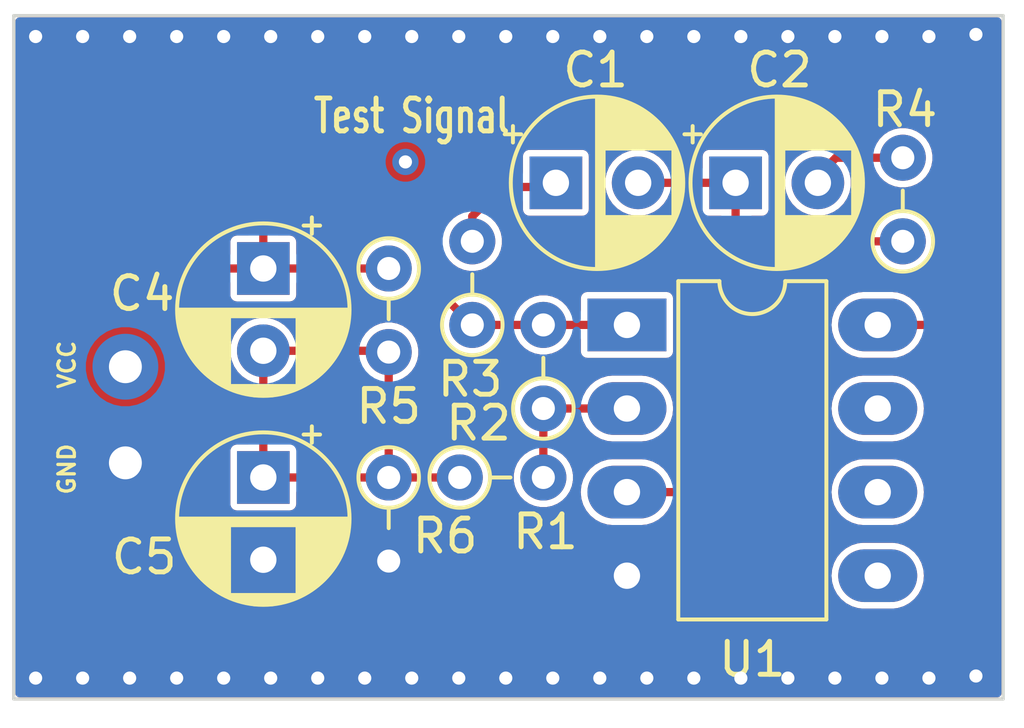
<source format=kicad_pcb>
(kicad_pcb (version 20171130) (host pcbnew 5.1.8)

  (general
    (thickness 1.6)
    (drawings 13)
    (tracks 89)
    (zones 0)
    (modules 11)
    (nets 9)
  )

  (page A4)
  (layers
    (0 F.Cu signal)
    (31 B.Cu signal)
    (32 B.Adhes user)
    (33 F.Adhes user)
    (34 B.Paste user)
    (35 F.Paste user)
    (36 B.SilkS user)
    (37 F.SilkS user)
    (38 B.Mask user)
    (39 F.Mask user)
    (40 Dwgs.User user)
    (41 Cmts.User user)
    (42 Eco1.User user)
    (43 Eco2.User user)
    (44 Edge.Cuts user)
    (45 Margin user)
    (46 B.CrtYd user)
    (47 F.CrtYd user)
    (48 B.Fab user)
    (49 F.Fab user hide)
  )

  (setup
    (last_trace_width 0.25)
    (trace_clearance 0.2)
    (zone_clearance 0)
    (zone_45_only no)
    (trace_min 0.2)
    (via_size 0.8)
    (via_drill 0.4)
    (via_min_size 0.4)
    (via_min_drill 0.3)
    (uvia_size 0.3)
    (uvia_drill 0.1)
    (uvias_allowed no)
    (uvia_min_size 0.2)
    (uvia_min_drill 0.1)
    (edge_width 0.1)
    (segment_width 0.2)
    (pcb_text_width 0.3)
    (pcb_text_size 1.5 1.5)
    (mod_edge_width 0.15)
    (mod_text_size 1 1)
    (mod_text_width 0.15)
    (pad_size 1.524 1.524)
    (pad_drill 0.762)
    (pad_to_mask_clearance 0)
    (aux_axis_origin 0 0)
    (visible_elements FFFFFF7F)
    (pcbplotparams
      (layerselection 0x010fc_ffffffff)
      (usegerberextensions false)
      (usegerberattributes true)
      (usegerberadvancedattributes true)
      (creategerberjobfile true)
      (excludeedgelayer true)
      (linewidth 0.100000)
      (plotframeref false)
      (viasonmask false)
      (mode 1)
      (useauxorigin false)
      (hpglpennumber 1)
      (hpglpenspeed 20)
      (hpglpendiameter 15.000000)
      (psnegative false)
      (psa4output false)
      (plotreference true)
      (plotvalue true)
      (plotinvisibletext false)
      (padsonsilk false)
      (subtractmaskfromsilk false)
      (outputformat 1)
      (mirror false)
      (drillshape 0)
      (scaleselection 1)
      (outputdirectory ""))
  )

  (net 0 "")
  (net 1 "Net-(C1-Pad2)")
  (net 2 "Net-(C1-Pad1)")
  (net 3 +5V)
  (net 4 "Net-(R1-Pad2)")
  (net 5 Test_Signal)
  (net 6 -VDC)
  (net 7 "Net-(C2-Pad2)")
  (net 8 GNDREF)

  (net_class Default "This is the default net class."
    (clearance 0.2)
    (trace_width 0.25)
    (via_dia 0.8)
    (via_drill 0.4)
    (uvia_dia 0.3)
    (uvia_drill 0.1)
    (add_net +5V)
    (add_net -VDC)
    (add_net GNDREF)
    (add_net "Net-(C1-Pad1)")
    (add_net "Net-(C1-Pad2)")
    (add_net "Net-(C2-Pad2)")
    (add_net "Net-(R1-Pad2)")
    (add_net Test_Signal)
  )

  (module Resistor_THT:R_Axial_DIN0204_L3.6mm_D1.6mm_P2.54mm_Vertical (layer F.Cu) (tedit 5AE5139B) (tstamp 5FFBB0B2)
    (at 125.222 72.39 90)
    (descr "Resistor, Axial_DIN0204 series, Axial, Vertical, pin pitch=2.54mm, 0.167W, length*diameter=3.6*1.6mm^2, http://cdn-reichelt.de/documents/datenblatt/B400/1_4W%23YAG.pdf")
    (tags "Resistor Axial_DIN0204 series Axial Vertical pin pitch 2.54mm 0.167W length 3.6mm diameter 1.6mm")
    (path /5FFC11BB)
    (fp_text reference R4 (at 4.0005 0.0635 180) (layer F.SilkS)
      (effects (font (size 1 1) (thickness 0.15)))
    )
    (fp_text value 18k (at 0.95 1.92 90) (layer F.Fab)
      (effects (font (size 1 1) (thickness 0.15)))
    )
    (fp_line (start 3.49 -1.05) (end -1.05 -1.05) (layer F.CrtYd) (width 0.05))
    (fp_line (start 3.49 1.05) (end 3.49 -1.05) (layer F.CrtYd) (width 0.05))
    (fp_line (start -1.05 1.05) (end 3.49 1.05) (layer F.CrtYd) (width 0.05))
    (fp_line (start -1.05 -1.05) (end -1.05 1.05) (layer F.CrtYd) (width 0.05))
    (fp_line (start 0.92 0) (end 1.54 0) (layer F.SilkS) (width 0.12))
    (fp_line (start 0 0) (end 2.54 0) (layer F.Fab) (width 0.1))
    (fp_circle (center 0 0) (end 0.92 0) (layer F.SilkS) (width 0.12))
    (fp_circle (center 0 0) (end 0.8 0) (layer F.Fab) (width 0.1))
    (fp_text user %R (at 0.95 -1.92 90) (layer F.Fab)
      (effects (font (size 1 1) (thickness 0.15)))
    )
    (pad 2 thru_hole oval (at 2.54 0 90) (size 1.4 1.4) (drill 0.7) (layers *.Cu *.Mask)
      (net 7 "Net-(C2-Pad2)"))
    (pad 1 thru_hole circle (at 0 0 90) (size 1.4 1.4) (drill 0.7) (layers *.Cu *.Mask)
      (net 1 "Net-(C1-Pad2)"))
    (model ${KISYS3DMOD}/Resistor_THT.3dshapes/R_Axial_DIN0204_L3.6mm_D1.6mm_P2.54mm_Vertical.wrl
      (at (xyz 0 0 0))
      (scale (xyz 1 1 1))
      (rotate (xyz 0 0 0))
    )
  )

  (module Resistor_THT:R_Axial_DIN0204_L3.6mm_D1.6mm_P2.54mm_Vertical (layer F.Cu) (tedit 5AE5139B) (tstamp 5FFBB0A4)
    (at 112.141 74.93 90)
    (descr "Resistor, Axial_DIN0204 series, Axial, Vertical, pin pitch=2.54mm, 0.167W, length*diameter=3.6*1.6mm^2, http://cdn-reichelt.de/documents/datenblatt/B400/1_4W%23YAG.pdf")
    (tags "Resistor Axial_DIN0204 series Axial Vertical pin pitch 2.54mm 0.167W length 3.6mm diameter 1.6mm")
    (path /5FFC1716)
    (fp_text reference R3 (at -1.651 -0.0635 180) (layer F.SilkS)
      (effects (font (size 1 1) (thickness 0.15)))
    )
    (fp_text value 18k (at 1.3335 1.143 90) (layer F.Fab)
      (effects (font (size 1 1) (thickness 0.15)))
    )
    (fp_line (start 3.49 -1.05) (end -1.05 -1.05) (layer F.CrtYd) (width 0.05))
    (fp_line (start 3.49 1.05) (end 3.49 -1.05) (layer F.CrtYd) (width 0.05))
    (fp_line (start -1.05 1.05) (end 3.49 1.05) (layer F.CrtYd) (width 0.05))
    (fp_line (start -1.05 -1.05) (end -1.05 1.05) (layer F.CrtYd) (width 0.05))
    (fp_line (start 0.92 0) (end 1.54 0) (layer F.SilkS) (width 0.12))
    (fp_line (start 0 0) (end 2.54 0) (layer F.Fab) (width 0.1))
    (fp_circle (center 0 0) (end 0.92 0) (layer F.SilkS) (width 0.12))
    (fp_circle (center 0 0) (end 0.8 0) (layer F.Fab) (width 0.1))
    (fp_text user %R (at 0.95 -1.92 90) (layer F.Fab)
      (effects (font (size 1 1) (thickness 0.15)))
    )
    (pad 2 thru_hole oval (at 2.54 0 90) (size 1.4 1.4) (drill 0.7) (layers *.Cu *.Mask)
      (net 2 "Net-(C1-Pad1)"))
    (pad 1 thru_hole circle (at 0 0 90) (size 1.4 1.4) (drill 0.7) (layers *.Cu *.Mask)
      (net 5 Test_Signal))
    (model ${KISYS3DMOD}/Resistor_THT.3dshapes/R_Axial_DIN0204_L3.6mm_D1.6mm_P2.54mm_Vertical.wrl
      (at (xyz 0 0 0))
      (scale (xyz 1 1 1))
      (rotate (xyz 0 0 0))
    )
  )

  (module Resistor_THT:R_Axial_DIN0204_L3.6mm_D1.6mm_P2.54mm_Vertical (layer F.Cu) (tedit 5AE5139B) (tstamp 60021FF5)
    (at 109.601 79.5655 270)
    (descr "Resistor, Axial_DIN0204 series, Axial, Vertical, pin pitch=2.54mm, 0.167W, length*diameter=3.6*1.6mm^2, http://cdn-reichelt.de/documents/datenblatt/B400/1_4W%23YAG.pdf")
    (tags "Resistor Axial_DIN0204 series Axial Vertical pin pitch 2.54mm 0.167W length 3.6mm diameter 1.6mm")
    (path /5FFC960F)
    (fp_text reference R6 (at 1.778 -1.7145 180) (layer F.SilkS)
      (effects (font (size 1 1) (thickness 0.15)))
    )
    (fp_text value 100k (at 0.95 1.92 90) (layer F.Fab)
      (effects (font (size 1 1) (thickness 0.15)))
    )
    (fp_line (start 3.49 -1.05) (end -1.05 -1.05) (layer F.CrtYd) (width 0.05))
    (fp_line (start 3.49 1.05) (end 3.49 -1.05) (layer F.CrtYd) (width 0.05))
    (fp_line (start -1.05 1.05) (end 3.49 1.05) (layer F.CrtYd) (width 0.05))
    (fp_line (start -1.05 -1.05) (end -1.05 1.05) (layer F.CrtYd) (width 0.05))
    (fp_line (start 0.92 0) (end 1.54 0) (layer F.SilkS) (width 0.12))
    (fp_line (start 0 0) (end 2.54 0) (layer F.Fab) (width 0.1))
    (fp_circle (center 0 0) (end 0.92 0) (layer F.SilkS) (width 0.12))
    (fp_circle (center 0 0) (end 0.8 0) (layer F.Fab) (width 0.1))
    (fp_text user %R (at 4.1275 0.0635 180) (layer F.Fab)
      (effects (font (size 1 1) (thickness 0.15)))
    )
    (pad 2 thru_hole oval (at 2.54 0 270) (size 1.4 1.4) (drill 0.7) (layers *.Cu *.Mask)
      (net 6 -VDC))
    (pad 1 thru_hole circle (at 0 0 270) (size 1.4 1.4) (drill 0.7) (layers *.Cu *.Mask)
      (net 8 GNDREF))
    (model ${KISYS3DMOD}/Resistor_THT.3dshapes/R_Axial_DIN0204_L3.6mm_D1.6mm_P2.54mm_Vertical.wrl
      (at (xyz 0 0 0))
      (scale (xyz 1 1 1))
      (rotate (xyz 0 0 0))
    )
  )

  (module Resistor_THT:R_Axial_DIN0204_L3.6mm_D1.6mm_P2.54mm_Vertical (layer F.Cu) (tedit 5AE5139B) (tstamp 5FFBB0C0)
    (at 109.601 73.2155 270)
    (descr "Resistor, Axial_DIN0204 series, Axial, Vertical, pin pitch=2.54mm, 0.167W, length*diameter=3.6*1.6mm^2, http://cdn-reichelt.de/documents/datenblatt/B400/1_4W%23YAG.pdf")
    (tags "Resistor Axial_DIN0204 series Axial Vertical pin pitch 2.54mm 0.167W length 3.6mm diameter 1.6mm")
    (path /5FFC8ABE)
    (fp_text reference R5 (at 4.191 0 180) (layer F.SilkS)
      (effects (font (size 1 1) (thickness 0.15)))
    )
    (fp_text value 100k (at 0.95 1.92 90) (layer F.Fab)
      (effects (font (size 1 1) (thickness 0.15)))
    )
    (fp_line (start 3.49 -1.05) (end -1.05 -1.05) (layer F.CrtYd) (width 0.05))
    (fp_line (start 3.49 1.05) (end 3.49 -1.05) (layer F.CrtYd) (width 0.05))
    (fp_line (start -1.05 1.05) (end 3.49 1.05) (layer F.CrtYd) (width 0.05))
    (fp_line (start -1.05 -1.05) (end -1.05 1.05) (layer F.CrtYd) (width 0.05))
    (fp_line (start 0.92 0) (end 1.54 0) (layer F.SilkS) (width 0.12))
    (fp_line (start 0 0) (end 2.54 0) (layer F.Fab) (width 0.1))
    (fp_circle (center 0 0) (end 0.92 0) (layer F.SilkS) (width 0.12))
    (fp_circle (center 0 0) (end 0.8 0) (layer F.Fab) (width 0.1))
    (fp_text user %R (at 0.95 -1.92 90) (layer F.Fab)
      (effects (font (size 1 1) (thickness 0.15)))
    )
    (pad 2 thru_hole oval (at 2.54 0 270) (size 1.4 1.4) (drill 0.7) (layers *.Cu *.Mask)
      (net 8 GNDREF))
    (pad 1 thru_hole circle (at 0 0 270) (size 1.4 1.4) (drill 0.7) (layers *.Cu *.Mask)
      (net 3 +5V))
    (model ${KISYS3DMOD}/Resistor_THT.3dshapes/R_Axial_DIN0204_L3.6mm_D1.6mm_P2.54mm_Vertical.wrl
      (at (xyz 0 0 0))
      (scale (xyz 1 1 1))
      (rotate (xyz 0 0 0))
    )
  )

  (module Resistor_THT:R_Axial_DIN0204_L3.6mm_D1.6mm_P2.54mm_Vertical (layer F.Cu) (tedit 5AE5139B) (tstamp 5FFBB088)
    (at 111.76 79.5655)
    (descr "Resistor, Axial_DIN0204 series, Axial, Vertical, pin pitch=2.54mm, 0.167W, length*diameter=3.6*1.6mm^2, http://cdn-reichelt.de/documents/datenblatt/B400/1_4W%23YAG.pdf")
    (tags "Resistor Axial_DIN0204 series Axial Vertical pin pitch 2.54mm 0.167W length 3.6mm diameter 1.6mm")
    (path /5FFC0275)
    (fp_text reference R1 (at 2.6035 1.651) (layer F.SilkS)
      (effects (font (size 1 1) (thickness 0.15)))
    )
    (fp_text value 1k (at 0.95 1.92) (layer F.Fab)
      (effects (font (size 1 1) (thickness 0.15)))
    )
    (fp_line (start 3.49 -1.05) (end -1.05 -1.05) (layer F.CrtYd) (width 0.05))
    (fp_line (start 3.49 1.05) (end 3.49 -1.05) (layer F.CrtYd) (width 0.05))
    (fp_line (start -1.05 1.05) (end 3.49 1.05) (layer F.CrtYd) (width 0.05))
    (fp_line (start -1.05 -1.05) (end -1.05 1.05) (layer F.CrtYd) (width 0.05))
    (fp_line (start 0.92 0) (end 1.54 0) (layer F.SilkS) (width 0.12))
    (fp_line (start 0 0) (end 2.54 0) (layer F.Fab) (width 0.1))
    (fp_circle (center 0 0) (end 0.92 0) (layer F.SilkS) (width 0.12))
    (fp_circle (center 0 0) (end 0.8 0) (layer F.Fab) (width 0.1))
    (fp_text user %R (at 1.397 0.127) (layer F.Fab)
      (effects (font (size 1 1) (thickness 0.15)))
    )
    (pad 2 thru_hole oval (at 2.54 0) (size 1.4 1.4) (drill 0.7) (layers *.Cu *.Mask)
      (net 4 "Net-(R1-Pad2)"))
    (pad 1 thru_hole circle (at 0 0) (size 1.4 1.4) (drill 0.7) (layers *.Cu *.Mask)
      (net 8 GNDREF))
    (model ${KISYS3DMOD}/Resistor_THT.3dshapes/R_Axial_DIN0204_L3.6mm_D1.6mm_P2.54mm_Vertical.wrl
      (at (xyz 0 0 0))
      (scale (xyz 1 1 1))
      (rotate (xyz 0 0 0))
    )
  )

  (module Resistor_THT:R_Axial_DIN0204_L3.6mm_D1.6mm_P2.54mm_Vertical (layer F.Cu) (tedit 5AE5139B) (tstamp 5FFBB096)
    (at 114.3 77.47 90)
    (descr "Resistor, Axial_DIN0204 series, Axial, Vertical, pin pitch=2.54mm, 0.167W, length*diameter=3.6*1.6mm^2, http://cdn-reichelt.de/documents/datenblatt/B400/1_4W%23YAG.pdf")
    (tags "Resistor Axial_DIN0204 series Axial Vertical pin pitch 2.54mm 0.167W length 3.6mm diameter 1.6mm")
    (path /5FFC0BAC)
    (fp_text reference R2 (at -0.4445 -1.9685 180) (layer F.SilkS)
      (effects (font (size 1 1) (thickness 0.15)))
    )
    (fp_text value 2k (at 0.95 1.92 90) (layer F.Fab)
      (effects (font (size 1 1) (thickness 0.15)))
    )
    (fp_line (start 3.49 -1.05) (end -1.05 -1.05) (layer F.CrtYd) (width 0.05))
    (fp_line (start 3.49 1.05) (end 3.49 -1.05) (layer F.CrtYd) (width 0.05))
    (fp_line (start -1.05 1.05) (end 3.49 1.05) (layer F.CrtYd) (width 0.05))
    (fp_line (start -1.05 -1.05) (end -1.05 1.05) (layer F.CrtYd) (width 0.05))
    (fp_line (start 0.92 0) (end 1.54 0) (layer F.SilkS) (width 0.12))
    (fp_line (start 0 0) (end 2.54 0) (layer F.Fab) (width 0.1))
    (fp_circle (center 0 0) (end 0.92 0) (layer F.SilkS) (width 0.12))
    (fp_circle (center 0 0) (end 0.8 0) (layer F.Fab) (width 0.1))
    (fp_text user %R (at -0.127 -1.905 180) (layer F.Fab)
      (effects (font (size 1 1) (thickness 0.15)))
    )
    (pad 2 thru_hole oval (at 2.54 0 90) (size 1.4 1.4) (drill 0.7) (layers *.Cu *.Mask)
      (net 5 Test_Signal))
    (pad 1 thru_hole circle (at 0 0 90) (size 1.4 1.4) (drill 0.7) (layers *.Cu *.Mask)
      (net 4 "Net-(R1-Pad2)"))
    (model ${KISYS3DMOD}/Resistor_THT.3dshapes/R_Axial_DIN0204_L3.6mm_D1.6mm_P2.54mm_Vertical.wrl
      (at (xyz 0 0 0))
      (scale (xyz 1 1 1))
      (rotate (xyz 0 0 0))
    )
  )

  (module Package_DIP:DIP-8_W7.62mm_LongPads (layer F.Cu) (tedit 5A02E8C5) (tstamp 600221B8)
    (at 116.84 74.93)
    (descr "8-lead though-hole mounted DIP package, row spacing 7.62 mm (300 mils), LongPads")
    (tags "THT DIP DIL PDIP 2.54mm 7.62mm 300mil LongPads")
    (path /5FFBD6D1)
    (fp_text reference U1 (at 3.81 10.16) (layer F.SilkS)
      (effects (font (size 1 1) (thickness 0.15)))
    )
    (fp_text value TL072 (at 3.81 9.95) (layer F.Fab)
      (effects (font (size 1 1) (thickness 0.15)))
    )
    (fp_line (start 9.1 -1.55) (end -1.45 -1.55) (layer F.CrtYd) (width 0.05))
    (fp_line (start 9.1 9.15) (end 9.1 -1.55) (layer F.CrtYd) (width 0.05))
    (fp_line (start -1.45 9.15) (end 9.1 9.15) (layer F.CrtYd) (width 0.05))
    (fp_line (start -1.45 -1.55) (end -1.45 9.15) (layer F.CrtYd) (width 0.05))
    (fp_line (start 6.06 -1.33) (end 4.81 -1.33) (layer F.SilkS) (width 0.12))
    (fp_line (start 6.06 8.95) (end 6.06 -1.33) (layer F.SilkS) (width 0.12))
    (fp_line (start 1.56 8.95) (end 6.06 8.95) (layer F.SilkS) (width 0.12))
    (fp_line (start 1.56 -1.33) (end 1.56 8.95) (layer F.SilkS) (width 0.12))
    (fp_line (start 2.81 -1.33) (end 1.56 -1.33) (layer F.SilkS) (width 0.12))
    (fp_line (start 0.635 -0.27) (end 1.635 -1.27) (layer F.Fab) (width 0.1))
    (fp_line (start 0.635 8.89) (end 0.635 -0.27) (layer F.Fab) (width 0.1))
    (fp_line (start 6.985 8.89) (end 0.635 8.89) (layer F.Fab) (width 0.1))
    (fp_line (start 6.985 -1.27) (end 6.985 8.89) (layer F.Fab) (width 0.1))
    (fp_line (start 1.635 -1.27) (end 6.985 -1.27) (layer F.Fab) (width 0.1))
    (fp_text user %R (at 3.81 3.81) (layer F.Fab)
      (effects (font (size 1 1) (thickness 0.15)))
    )
    (fp_arc (start 3.81 -1.33) (end 2.81 -1.33) (angle -180) (layer F.SilkS) (width 0.12))
    (pad 8 thru_hole oval (at 7.62 0) (size 2.4 1.6) (drill 0.8) (layers *.Cu *.Mask)
      (net 3 +5V))
    (pad 4 thru_hole oval (at 0 7.62) (size 2.4 1.6) (drill 0.8) (layers *.Cu *.Mask)
      (net 6 -VDC))
    (pad 7 thru_hole oval (at 7.62 2.54) (size 2.4 1.6) (drill 0.8) (layers *.Cu *.Mask))
    (pad 3 thru_hole oval (at 0 5.08) (size 2.4 1.6) (drill 0.8) (layers *.Cu *.Mask)
      (net 1 "Net-(C1-Pad2)"))
    (pad 6 thru_hole oval (at 7.62 5.08) (size 2.4 1.6) (drill 0.8) (layers *.Cu *.Mask))
    (pad 2 thru_hole oval (at 0 2.54) (size 2.4 1.6) (drill 0.8) (layers *.Cu *.Mask)
      (net 4 "Net-(R1-Pad2)"))
    (pad 5 thru_hole oval (at 7.62 7.62) (size 2.4 1.6) (drill 0.8) (layers *.Cu *.Mask))
    (pad 1 thru_hole rect (at 0 0) (size 2.4 1.6) (drill 0.8) (layers *.Cu *.Mask)
      (net 5 Test_Signal))
    (model ${KISYS3DMOD}/Package_DIP.3dshapes/DIP-8_W7.62mm.wrl
      (at (xyz 0 0 0))
      (scale (xyz 1 1 1))
      (rotate (xyz 0 0 0))
    )
  )

  (module Capacitor_THT:CP_Radial_D5.0mm_P2.50mm (layer F.Cu) (tedit 5AE50EF0) (tstamp 60022097)
    (at 105.791 79.5655 270)
    (descr "CP, Radial series, Radial, pin pitch=2.50mm, , diameter=5mm, Electrolytic Capacitor")
    (tags "CP Radial series Radial pin pitch 2.50mm  diameter 5mm Electrolytic Capacitor")
    (path /6003CBDC)
    (fp_text reference C5 (at 2.413 3.6195 180) (layer F.SilkS)
      (effects (font (size 1 1) (thickness 0.15)))
    )
    (fp_text value 470u (at 1.25 3.75 90) (layer F.Fab)
      (effects (font (size 1 1) (thickness 0.15)))
    )
    (fp_line (start -1.304775 -1.725) (end -1.304775 -1.225) (layer F.SilkS) (width 0.12))
    (fp_line (start -1.554775 -1.475) (end -1.054775 -1.475) (layer F.SilkS) (width 0.12))
    (fp_line (start 3.851 -0.284) (end 3.851 0.284) (layer F.SilkS) (width 0.12))
    (fp_line (start 3.811 -0.518) (end 3.811 0.518) (layer F.SilkS) (width 0.12))
    (fp_line (start 3.771 -0.677) (end 3.771 0.677) (layer F.SilkS) (width 0.12))
    (fp_line (start 3.731 -0.805) (end 3.731 0.805) (layer F.SilkS) (width 0.12))
    (fp_line (start 3.691 -0.915) (end 3.691 0.915) (layer F.SilkS) (width 0.12))
    (fp_line (start 3.651 -1.011) (end 3.651 1.011) (layer F.SilkS) (width 0.12))
    (fp_line (start 3.611 -1.098) (end 3.611 1.098) (layer F.SilkS) (width 0.12))
    (fp_line (start 3.571 -1.178) (end 3.571 1.178) (layer F.SilkS) (width 0.12))
    (fp_line (start 3.531 1.04) (end 3.531 1.251) (layer F.SilkS) (width 0.12))
    (fp_line (start 3.531 -1.251) (end 3.531 -1.04) (layer F.SilkS) (width 0.12))
    (fp_line (start 3.491 1.04) (end 3.491 1.319) (layer F.SilkS) (width 0.12))
    (fp_line (start 3.491 -1.319) (end 3.491 -1.04) (layer F.SilkS) (width 0.12))
    (fp_line (start 3.451 1.04) (end 3.451 1.383) (layer F.SilkS) (width 0.12))
    (fp_line (start 3.451 -1.383) (end 3.451 -1.04) (layer F.SilkS) (width 0.12))
    (fp_line (start 3.411 1.04) (end 3.411 1.443) (layer F.SilkS) (width 0.12))
    (fp_line (start 3.411 -1.443) (end 3.411 -1.04) (layer F.SilkS) (width 0.12))
    (fp_line (start 3.371 1.04) (end 3.371 1.5) (layer F.SilkS) (width 0.12))
    (fp_line (start 3.371 -1.5) (end 3.371 -1.04) (layer F.SilkS) (width 0.12))
    (fp_line (start 3.331 1.04) (end 3.331 1.554) (layer F.SilkS) (width 0.12))
    (fp_line (start 3.331 -1.554) (end 3.331 -1.04) (layer F.SilkS) (width 0.12))
    (fp_line (start 3.291 1.04) (end 3.291 1.605) (layer F.SilkS) (width 0.12))
    (fp_line (start 3.291 -1.605) (end 3.291 -1.04) (layer F.SilkS) (width 0.12))
    (fp_line (start 3.251 1.04) (end 3.251 1.653) (layer F.SilkS) (width 0.12))
    (fp_line (start 3.251 -1.653) (end 3.251 -1.04) (layer F.SilkS) (width 0.12))
    (fp_line (start 3.211 1.04) (end 3.211 1.699) (layer F.SilkS) (width 0.12))
    (fp_line (start 3.211 -1.699) (end 3.211 -1.04) (layer F.SilkS) (width 0.12))
    (fp_line (start 3.171 1.04) (end 3.171 1.743) (layer F.SilkS) (width 0.12))
    (fp_line (start 3.171 -1.743) (end 3.171 -1.04) (layer F.SilkS) (width 0.12))
    (fp_line (start 3.131 1.04) (end 3.131 1.785) (layer F.SilkS) (width 0.12))
    (fp_line (start 3.131 -1.785) (end 3.131 -1.04) (layer F.SilkS) (width 0.12))
    (fp_line (start 3.091 1.04) (end 3.091 1.826) (layer F.SilkS) (width 0.12))
    (fp_line (start 3.091 -1.826) (end 3.091 -1.04) (layer F.SilkS) (width 0.12))
    (fp_line (start 3.051 1.04) (end 3.051 1.864) (layer F.SilkS) (width 0.12))
    (fp_line (start 3.051 -1.864) (end 3.051 -1.04) (layer F.SilkS) (width 0.12))
    (fp_line (start 3.011 1.04) (end 3.011 1.901) (layer F.SilkS) (width 0.12))
    (fp_line (start 3.011 -1.901) (end 3.011 -1.04) (layer F.SilkS) (width 0.12))
    (fp_line (start 2.971 1.04) (end 2.971 1.937) (layer F.SilkS) (width 0.12))
    (fp_line (start 2.971 -1.937) (end 2.971 -1.04) (layer F.SilkS) (width 0.12))
    (fp_line (start 2.931 1.04) (end 2.931 1.971) (layer F.SilkS) (width 0.12))
    (fp_line (start 2.931 -1.971) (end 2.931 -1.04) (layer F.SilkS) (width 0.12))
    (fp_line (start 2.891 1.04) (end 2.891 2.004) (layer F.SilkS) (width 0.12))
    (fp_line (start 2.891 -2.004) (end 2.891 -1.04) (layer F.SilkS) (width 0.12))
    (fp_line (start 2.851 1.04) (end 2.851 2.035) (layer F.SilkS) (width 0.12))
    (fp_line (start 2.851 -2.035) (end 2.851 -1.04) (layer F.SilkS) (width 0.12))
    (fp_line (start 2.811 1.04) (end 2.811 2.065) (layer F.SilkS) (width 0.12))
    (fp_line (start 2.811 -2.065) (end 2.811 -1.04) (layer F.SilkS) (width 0.12))
    (fp_line (start 2.771 1.04) (end 2.771 2.095) (layer F.SilkS) (width 0.12))
    (fp_line (start 2.771 -2.095) (end 2.771 -1.04) (layer F.SilkS) (width 0.12))
    (fp_line (start 2.731 1.04) (end 2.731 2.122) (layer F.SilkS) (width 0.12))
    (fp_line (start 2.731 -2.122) (end 2.731 -1.04) (layer F.SilkS) (width 0.12))
    (fp_line (start 2.691 1.04) (end 2.691 2.149) (layer F.SilkS) (width 0.12))
    (fp_line (start 2.691 -2.149) (end 2.691 -1.04) (layer F.SilkS) (width 0.12))
    (fp_line (start 2.651 1.04) (end 2.651 2.175) (layer F.SilkS) (width 0.12))
    (fp_line (start 2.651 -2.175) (end 2.651 -1.04) (layer F.SilkS) (width 0.12))
    (fp_line (start 2.611 1.04) (end 2.611 2.2) (layer F.SilkS) (width 0.12))
    (fp_line (start 2.611 -2.2) (end 2.611 -1.04) (layer F.SilkS) (width 0.12))
    (fp_line (start 2.571 1.04) (end 2.571 2.224) (layer F.SilkS) (width 0.12))
    (fp_line (start 2.571 -2.224) (end 2.571 -1.04) (layer F.SilkS) (width 0.12))
    (fp_line (start 2.531 1.04) (end 2.531 2.247) (layer F.SilkS) (width 0.12))
    (fp_line (start 2.531 -2.247) (end 2.531 -1.04) (layer F.SilkS) (width 0.12))
    (fp_line (start 2.491 1.04) (end 2.491 2.268) (layer F.SilkS) (width 0.12))
    (fp_line (start 2.491 -2.268) (end 2.491 -1.04) (layer F.SilkS) (width 0.12))
    (fp_line (start 2.451 1.04) (end 2.451 2.29) (layer F.SilkS) (width 0.12))
    (fp_line (start 2.451 -2.29) (end 2.451 -1.04) (layer F.SilkS) (width 0.12))
    (fp_line (start 2.411 1.04) (end 2.411 2.31) (layer F.SilkS) (width 0.12))
    (fp_line (start 2.411 -2.31) (end 2.411 -1.04) (layer F.SilkS) (width 0.12))
    (fp_line (start 2.371 1.04) (end 2.371 2.329) (layer F.SilkS) (width 0.12))
    (fp_line (start 2.371 -2.329) (end 2.371 -1.04) (layer F.SilkS) (width 0.12))
    (fp_line (start 2.331 1.04) (end 2.331 2.348) (layer F.SilkS) (width 0.12))
    (fp_line (start 2.331 -2.348) (end 2.331 -1.04) (layer F.SilkS) (width 0.12))
    (fp_line (start 2.291 1.04) (end 2.291 2.365) (layer F.SilkS) (width 0.12))
    (fp_line (start 2.291 -2.365) (end 2.291 -1.04) (layer F.SilkS) (width 0.12))
    (fp_line (start 2.251 1.04) (end 2.251 2.382) (layer F.SilkS) (width 0.12))
    (fp_line (start 2.251 -2.382) (end 2.251 -1.04) (layer F.SilkS) (width 0.12))
    (fp_line (start 2.211 1.04) (end 2.211 2.398) (layer F.SilkS) (width 0.12))
    (fp_line (start 2.211 -2.398) (end 2.211 -1.04) (layer F.SilkS) (width 0.12))
    (fp_line (start 2.171 1.04) (end 2.171 2.414) (layer F.SilkS) (width 0.12))
    (fp_line (start 2.171 -2.414) (end 2.171 -1.04) (layer F.SilkS) (width 0.12))
    (fp_line (start 2.131 1.04) (end 2.131 2.428) (layer F.SilkS) (width 0.12))
    (fp_line (start 2.131 -2.428) (end 2.131 -1.04) (layer F.SilkS) (width 0.12))
    (fp_line (start 2.091 1.04) (end 2.091 2.442) (layer F.SilkS) (width 0.12))
    (fp_line (start 2.091 -2.442) (end 2.091 -1.04) (layer F.SilkS) (width 0.12))
    (fp_line (start 2.051 1.04) (end 2.051 2.455) (layer F.SilkS) (width 0.12))
    (fp_line (start 2.051 -2.455) (end 2.051 -1.04) (layer F.SilkS) (width 0.12))
    (fp_line (start 2.011 1.04) (end 2.011 2.468) (layer F.SilkS) (width 0.12))
    (fp_line (start 2.011 -2.468) (end 2.011 -1.04) (layer F.SilkS) (width 0.12))
    (fp_line (start 1.971 1.04) (end 1.971 2.48) (layer F.SilkS) (width 0.12))
    (fp_line (start 1.971 -2.48) (end 1.971 -1.04) (layer F.SilkS) (width 0.12))
    (fp_line (start 1.93 1.04) (end 1.93 2.491) (layer F.SilkS) (width 0.12))
    (fp_line (start 1.93 -2.491) (end 1.93 -1.04) (layer F.SilkS) (width 0.12))
    (fp_line (start 1.89 1.04) (end 1.89 2.501) (layer F.SilkS) (width 0.12))
    (fp_line (start 1.89 -2.501) (end 1.89 -1.04) (layer F.SilkS) (width 0.12))
    (fp_line (start 1.85 1.04) (end 1.85 2.511) (layer F.SilkS) (width 0.12))
    (fp_line (start 1.85 -2.511) (end 1.85 -1.04) (layer F.SilkS) (width 0.12))
    (fp_line (start 1.81 1.04) (end 1.81 2.52) (layer F.SilkS) (width 0.12))
    (fp_line (start 1.81 -2.52) (end 1.81 -1.04) (layer F.SilkS) (width 0.12))
    (fp_line (start 1.77 1.04) (end 1.77 2.528) (layer F.SilkS) (width 0.12))
    (fp_line (start 1.77 -2.528) (end 1.77 -1.04) (layer F.SilkS) (width 0.12))
    (fp_line (start 1.73 1.04) (end 1.73 2.536) (layer F.SilkS) (width 0.12))
    (fp_line (start 1.73 -2.536) (end 1.73 -1.04) (layer F.SilkS) (width 0.12))
    (fp_line (start 1.69 1.04) (end 1.69 2.543) (layer F.SilkS) (width 0.12))
    (fp_line (start 1.69 -2.543) (end 1.69 -1.04) (layer F.SilkS) (width 0.12))
    (fp_line (start 1.65 1.04) (end 1.65 2.55) (layer F.SilkS) (width 0.12))
    (fp_line (start 1.65 -2.55) (end 1.65 -1.04) (layer F.SilkS) (width 0.12))
    (fp_line (start 1.61 1.04) (end 1.61 2.556) (layer F.SilkS) (width 0.12))
    (fp_line (start 1.61 -2.556) (end 1.61 -1.04) (layer F.SilkS) (width 0.12))
    (fp_line (start 1.57 1.04) (end 1.57 2.561) (layer F.SilkS) (width 0.12))
    (fp_line (start 1.57 -2.561) (end 1.57 -1.04) (layer F.SilkS) (width 0.12))
    (fp_line (start 1.53 1.04) (end 1.53 2.565) (layer F.SilkS) (width 0.12))
    (fp_line (start 1.53 -2.565) (end 1.53 -1.04) (layer F.SilkS) (width 0.12))
    (fp_line (start 1.49 1.04) (end 1.49 2.569) (layer F.SilkS) (width 0.12))
    (fp_line (start 1.49 -2.569) (end 1.49 -1.04) (layer F.SilkS) (width 0.12))
    (fp_line (start 1.45 -2.573) (end 1.45 2.573) (layer F.SilkS) (width 0.12))
    (fp_line (start 1.41 -2.576) (end 1.41 2.576) (layer F.SilkS) (width 0.12))
    (fp_line (start 1.37 -2.578) (end 1.37 2.578) (layer F.SilkS) (width 0.12))
    (fp_line (start 1.33 -2.579) (end 1.33 2.579) (layer F.SilkS) (width 0.12))
    (fp_line (start 1.29 -2.58) (end 1.29 2.58) (layer F.SilkS) (width 0.12))
    (fp_line (start 1.25 -2.58) (end 1.25 2.58) (layer F.SilkS) (width 0.12))
    (fp_line (start -0.633605 -1.3375) (end -0.633605 -0.8375) (layer F.Fab) (width 0.1))
    (fp_line (start -0.883605 -1.0875) (end -0.383605 -1.0875) (layer F.Fab) (width 0.1))
    (fp_circle (center 1.25 0) (end 4 0) (layer F.CrtYd) (width 0.05))
    (fp_circle (center 1.25 0) (end 3.87 0) (layer F.SilkS) (width 0.12))
    (fp_circle (center 1.25 0) (end 3.75 0) (layer F.Fab) (width 0.1))
    (fp_text user %R (at 1.25 0 90) (layer F.Fab)
      (effects (font (size 1 1) (thickness 0.15)))
    )
    (pad 2 thru_hole circle (at 2.5 0 270) (size 1.6 1.6) (drill 0.8) (layers *.Cu *.Mask)
      (net 6 -VDC))
    (pad 1 thru_hole rect (at 0 0 270) (size 1.6 1.6) (drill 0.8) (layers *.Cu *.Mask)
      (net 8 GNDREF))
    (model ${KISYS3DMOD}/Capacitor_THT.3dshapes/CP_Radial_D5.0mm_P2.50mm.wrl
      (at (xyz 0 0 0))
      (scale (xyz 1 1 1))
      (rotate (xyz 0 0 0))
    )
  )

  (module Capacitor_THT:CP_Radial_D5.0mm_P2.50mm (layer F.Cu) (tedit 5AE50EF0) (tstamp 5FFBAFF6)
    (at 105.791 73.2155 270)
    (descr "CP, Radial series, Radial, pin pitch=2.50mm, , diameter=5mm, Electrolytic Capacitor")
    (tags "CP Radial series Radial pin pitch 2.50mm  diameter 5mm Electrolytic Capacitor")
    (path /5FFC7BFD)
    (fp_text reference C4 (at 0.762 3.683 180) (layer F.SilkS)
      (effects (font (size 1 1) (thickness 0.15)))
    )
    (fp_text value 470u (at 1.25 3.75 90) (layer F.Fab)
      (effects (font (size 1 1) (thickness 0.15)))
    )
    (fp_line (start -1.304775 -1.725) (end -1.304775 -1.225) (layer F.SilkS) (width 0.12))
    (fp_line (start -1.554775 -1.475) (end -1.054775 -1.475) (layer F.SilkS) (width 0.12))
    (fp_line (start 3.851 -0.284) (end 3.851 0.284) (layer F.SilkS) (width 0.12))
    (fp_line (start 3.811 -0.518) (end 3.811 0.518) (layer F.SilkS) (width 0.12))
    (fp_line (start 3.771 -0.677) (end 3.771 0.677) (layer F.SilkS) (width 0.12))
    (fp_line (start 3.731 -0.805) (end 3.731 0.805) (layer F.SilkS) (width 0.12))
    (fp_line (start 3.691 -0.915) (end 3.691 0.915) (layer F.SilkS) (width 0.12))
    (fp_line (start 3.651 -1.011) (end 3.651 1.011) (layer F.SilkS) (width 0.12))
    (fp_line (start 3.611 -1.098) (end 3.611 1.098) (layer F.SilkS) (width 0.12))
    (fp_line (start 3.571 -1.178) (end 3.571 1.178) (layer F.SilkS) (width 0.12))
    (fp_line (start 3.531 1.04) (end 3.531 1.251) (layer F.SilkS) (width 0.12))
    (fp_line (start 3.531 -1.251) (end 3.531 -1.04) (layer F.SilkS) (width 0.12))
    (fp_line (start 3.491 1.04) (end 3.491 1.319) (layer F.SilkS) (width 0.12))
    (fp_line (start 3.491 -1.319) (end 3.491 -1.04) (layer F.SilkS) (width 0.12))
    (fp_line (start 3.451 1.04) (end 3.451 1.383) (layer F.SilkS) (width 0.12))
    (fp_line (start 3.451 -1.383) (end 3.451 -1.04) (layer F.SilkS) (width 0.12))
    (fp_line (start 3.411 1.04) (end 3.411 1.443) (layer F.SilkS) (width 0.12))
    (fp_line (start 3.411 -1.443) (end 3.411 -1.04) (layer F.SilkS) (width 0.12))
    (fp_line (start 3.371 1.04) (end 3.371 1.5) (layer F.SilkS) (width 0.12))
    (fp_line (start 3.371 -1.5) (end 3.371 -1.04) (layer F.SilkS) (width 0.12))
    (fp_line (start 3.331 1.04) (end 3.331 1.554) (layer F.SilkS) (width 0.12))
    (fp_line (start 3.331 -1.554) (end 3.331 -1.04) (layer F.SilkS) (width 0.12))
    (fp_line (start 3.291 1.04) (end 3.291 1.605) (layer F.SilkS) (width 0.12))
    (fp_line (start 3.291 -1.605) (end 3.291 -1.04) (layer F.SilkS) (width 0.12))
    (fp_line (start 3.251 1.04) (end 3.251 1.653) (layer F.SilkS) (width 0.12))
    (fp_line (start 3.251 -1.653) (end 3.251 -1.04) (layer F.SilkS) (width 0.12))
    (fp_line (start 3.211 1.04) (end 3.211 1.699) (layer F.SilkS) (width 0.12))
    (fp_line (start 3.211 -1.699) (end 3.211 -1.04) (layer F.SilkS) (width 0.12))
    (fp_line (start 3.171 1.04) (end 3.171 1.743) (layer F.SilkS) (width 0.12))
    (fp_line (start 3.171 -1.743) (end 3.171 -1.04) (layer F.SilkS) (width 0.12))
    (fp_line (start 3.131 1.04) (end 3.131 1.785) (layer F.SilkS) (width 0.12))
    (fp_line (start 3.131 -1.785) (end 3.131 -1.04) (layer F.SilkS) (width 0.12))
    (fp_line (start 3.091 1.04) (end 3.091 1.826) (layer F.SilkS) (width 0.12))
    (fp_line (start 3.091 -1.826) (end 3.091 -1.04) (layer F.SilkS) (width 0.12))
    (fp_line (start 3.051 1.04) (end 3.051 1.864) (layer F.SilkS) (width 0.12))
    (fp_line (start 3.051 -1.864) (end 3.051 -1.04) (layer F.SilkS) (width 0.12))
    (fp_line (start 3.011 1.04) (end 3.011 1.901) (layer F.SilkS) (width 0.12))
    (fp_line (start 3.011 -1.901) (end 3.011 -1.04) (layer F.SilkS) (width 0.12))
    (fp_line (start 2.971 1.04) (end 2.971 1.937) (layer F.SilkS) (width 0.12))
    (fp_line (start 2.971 -1.937) (end 2.971 -1.04) (layer F.SilkS) (width 0.12))
    (fp_line (start 2.931 1.04) (end 2.931 1.971) (layer F.SilkS) (width 0.12))
    (fp_line (start 2.931 -1.971) (end 2.931 -1.04) (layer F.SilkS) (width 0.12))
    (fp_line (start 2.891 1.04) (end 2.891 2.004) (layer F.SilkS) (width 0.12))
    (fp_line (start 2.891 -2.004) (end 2.891 -1.04) (layer F.SilkS) (width 0.12))
    (fp_line (start 2.851 1.04) (end 2.851 2.035) (layer F.SilkS) (width 0.12))
    (fp_line (start 2.851 -2.035) (end 2.851 -1.04) (layer F.SilkS) (width 0.12))
    (fp_line (start 2.811 1.04) (end 2.811 2.065) (layer F.SilkS) (width 0.12))
    (fp_line (start 2.811 -2.065) (end 2.811 -1.04) (layer F.SilkS) (width 0.12))
    (fp_line (start 2.771 1.04) (end 2.771 2.095) (layer F.SilkS) (width 0.12))
    (fp_line (start 2.771 -2.095) (end 2.771 -1.04) (layer F.SilkS) (width 0.12))
    (fp_line (start 2.731 1.04) (end 2.731 2.122) (layer F.SilkS) (width 0.12))
    (fp_line (start 2.731 -2.122) (end 2.731 -1.04) (layer F.SilkS) (width 0.12))
    (fp_line (start 2.691 1.04) (end 2.691 2.149) (layer F.SilkS) (width 0.12))
    (fp_line (start 2.691 -2.149) (end 2.691 -1.04) (layer F.SilkS) (width 0.12))
    (fp_line (start 2.651 1.04) (end 2.651 2.175) (layer F.SilkS) (width 0.12))
    (fp_line (start 2.651 -2.175) (end 2.651 -1.04) (layer F.SilkS) (width 0.12))
    (fp_line (start 2.611 1.04) (end 2.611 2.2) (layer F.SilkS) (width 0.12))
    (fp_line (start 2.611 -2.2) (end 2.611 -1.04) (layer F.SilkS) (width 0.12))
    (fp_line (start 2.571 1.04) (end 2.571 2.224) (layer F.SilkS) (width 0.12))
    (fp_line (start 2.571 -2.224) (end 2.571 -1.04) (layer F.SilkS) (width 0.12))
    (fp_line (start 2.531 1.04) (end 2.531 2.247) (layer F.SilkS) (width 0.12))
    (fp_line (start 2.531 -2.247) (end 2.531 -1.04) (layer F.SilkS) (width 0.12))
    (fp_line (start 2.491 1.04) (end 2.491 2.268) (layer F.SilkS) (width 0.12))
    (fp_line (start 2.491 -2.268) (end 2.491 -1.04) (layer F.SilkS) (width 0.12))
    (fp_line (start 2.451 1.04) (end 2.451 2.29) (layer F.SilkS) (width 0.12))
    (fp_line (start 2.451 -2.29) (end 2.451 -1.04) (layer F.SilkS) (width 0.12))
    (fp_line (start 2.411 1.04) (end 2.411 2.31) (layer F.SilkS) (width 0.12))
    (fp_line (start 2.411 -2.31) (end 2.411 -1.04) (layer F.SilkS) (width 0.12))
    (fp_line (start 2.371 1.04) (end 2.371 2.329) (layer F.SilkS) (width 0.12))
    (fp_line (start 2.371 -2.329) (end 2.371 -1.04) (layer F.SilkS) (width 0.12))
    (fp_line (start 2.331 1.04) (end 2.331 2.348) (layer F.SilkS) (width 0.12))
    (fp_line (start 2.331 -2.348) (end 2.331 -1.04) (layer F.SilkS) (width 0.12))
    (fp_line (start 2.291 1.04) (end 2.291 2.365) (layer F.SilkS) (width 0.12))
    (fp_line (start 2.291 -2.365) (end 2.291 -1.04) (layer F.SilkS) (width 0.12))
    (fp_line (start 2.251 1.04) (end 2.251 2.382) (layer F.SilkS) (width 0.12))
    (fp_line (start 2.251 -2.382) (end 2.251 -1.04) (layer F.SilkS) (width 0.12))
    (fp_line (start 2.211 1.04) (end 2.211 2.398) (layer F.SilkS) (width 0.12))
    (fp_line (start 2.211 -2.398) (end 2.211 -1.04) (layer F.SilkS) (width 0.12))
    (fp_line (start 2.171 1.04) (end 2.171 2.414) (layer F.SilkS) (width 0.12))
    (fp_line (start 2.171 -2.414) (end 2.171 -1.04) (layer F.SilkS) (width 0.12))
    (fp_line (start 2.131 1.04) (end 2.131 2.428) (layer F.SilkS) (width 0.12))
    (fp_line (start 2.131 -2.428) (end 2.131 -1.04) (layer F.SilkS) (width 0.12))
    (fp_line (start 2.091 1.04) (end 2.091 2.442) (layer F.SilkS) (width 0.12))
    (fp_line (start 2.091 -2.442) (end 2.091 -1.04) (layer F.SilkS) (width 0.12))
    (fp_line (start 2.051 1.04) (end 2.051 2.455) (layer F.SilkS) (width 0.12))
    (fp_line (start 2.051 -2.455) (end 2.051 -1.04) (layer F.SilkS) (width 0.12))
    (fp_line (start 2.011 1.04) (end 2.011 2.468) (layer F.SilkS) (width 0.12))
    (fp_line (start 2.011 -2.468) (end 2.011 -1.04) (layer F.SilkS) (width 0.12))
    (fp_line (start 1.971 1.04) (end 1.971 2.48) (layer F.SilkS) (width 0.12))
    (fp_line (start 1.971 -2.48) (end 1.971 -1.04) (layer F.SilkS) (width 0.12))
    (fp_line (start 1.93 1.04) (end 1.93 2.491) (layer F.SilkS) (width 0.12))
    (fp_line (start 1.93 -2.491) (end 1.93 -1.04) (layer F.SilkS) (width 0.12))
    (fp_line (start 1.89 1.04) (end 1.89 2.501) (layer F.SilkS) (width 0.12))
    (fp_line (start 1.89 -2.501) (end 1.89 -1.04) (layer F.SilkS) (width 0.12))
    (fp_line (start 1.85 1.04) (end 1.85 2.511) (layer F.SilkS) (width 0.12))
    (fp_line (start 1.85 -2.511) (end 1.85 -1.04) (layer F.SilkS) (width 0.12))
    (fp_line (start 1.81 1.04) (end 1.81 2.52) (layer F.SilkS) (width 0.12))
    (fp_line (start 1.81 -2.52) (end 1.81 -1.04) (layer F.SilkS) (width 0.12))
    (fp_line (start 1.77 1.04) (end 1.77 2.528) (layer F.SilkS) (width 0.12))
    (fp_line (start 1.77 -2.528) (end 1.77 -1.04) (layer F.SilkS) (width 0.12))
    (fp_line (start 1.73 1.04) (end 1.73 2.536) (layer F.SilkS) (width 0.12))
    (fp_line (start 1.73 -2.536) (end 1.73 -1.04) (layer F.SilkS) (width 0.12))
    (fp_line (start 1.69 1.04) (end 1.69 2.543) (layer F.SilkS) (width 0.12))
    (fp_line (start 1.69 -2.543) (end 1.69 -1.04) (layer F.SilkS) (width 0.12))
    (fp_line (start 1.65 1.04) (end 1.65 2.55) (layer F.SilkS) (width 0.12))
    (fp_line (start 1.65 -2.55) (end 1.65 -1.04) (layer F.SilkS) (width 0.12))
    (fp_line (start 1.61 1.04) (end 1.61 2.556) (layer F.SilkS) (width 0.12))
    (fp_line (start 1.61 -2.556) (end 1.61 -1.04) (layer F.SilkS) (width 0.12))
    (fp_line (start 1.57 1.04) (end 1.57 2.561) (layer F.SilkS) (width 0.12))
    (fp_line (start 1.57 -2.561) (end 1.57 -1.04) (layer F.SilkS) (width 0.12))
    (fp_line (start 1.53 1.04) (end 1.53 2.565) (layer F.SilkS) (width 0.12))
    (fp_line (start 1.53 -2.565) (end 1.53 -1.04) (layer F.SilkS) (width 0.12))
    (fp_line (start 1.49 1.04) (end 1.49 2.569) (layer F.SilkS) (width 0.12))
    (fp_line (start 1.49 -2.569) (end 1.49 -1.04) (layer F.SilkS) (width 0.12))
    (fp_line (start 1.45 -2.573) (end 1.45 2.573) (layer F.SilkS) (width 0.12))
    (fp_line (start 1.41 -2.576) (end 1.41 2.576) (layer F.SilkS) (width 0.12))
    (fp_line (start 1.37 -2.578) (end 1.37 2.578) (layer F.SilkS) (width 0.12))
    (fp_line (start 1.33 -2.579) (end 1.33 2.579) (layer F.SilkS) (width 0.12))
    (fp_line (start 1.29 -2.58) (end 1.29 2.58) (layer F.SilkS) (width 0.12))
    (fp_line (start 1.25 -2.58) (end 1.25 2.58) (layer F.SilkS) (width 0.12))
    (fp_line (start -0.633605 -1.3375) (end -0.633605 -0.8375) (layer F.Fab) (width 0.1))
    (fp_line (start -0.883605 -1.0875) (end -0.383605 -1.0875) (layer F.Fab) (width 0.1))
    (fp_circle (center 1.25 0) (end 4 0) (layer F.CrtYd) (width 0.05))
    (fp_circle (center 1.25 0) (end 3.87 0) (layer F.SilkS) (width 0.12))
    (fp_circle (center 1.25 0) (end 3.75 0) (layer F.Fab) (width 0.1))
    (fp_text user %R (at 1.25 0 90) (layer F.Fab)
      (effects (font (size 1 1) (thickness 0.15)))
    )
    (pad 2 thru_hole circle (at 2.5 0 270) (size 1.6 1.6) (drill 0.8) (layers *.Cu *.Mask)
      (net 8 GNDREF))
    (pad 1 thru_hole rect (at 0 0 270) (size 1.6 1.6) (drill 0.8) (layers *.Cu *.Mask)
      (net 3 +5V))
    (model ${KISYS3DMOD}/Capacitor_THT.3dshapes/CP_Radial_D5.0mm_P2.50mm.wrl
      (at (xyz 0 0 0))
      (scale (xyz 1 1 1))
      (rotate (xyz 0 0 0))
    )
  )

  (module Capacitor_THT:CP_Radial_D5.0mm_P2.50mm (layer F.Cu) (tedit 5AE50EF0) (tstamp 5FFBAF72)
    (at 120.142 70.612)
    (descr "CP, Radial series, Radial, pin pitch=2.50mm, , diameter=5mm, Electrolytic Capacitor")
    (tags "CP Radial series Radial pin pitch 2.50mm  diameter 5mm Electrolytic Capacitor")
    (path /5FFC8072)
    (fp_text reference C2 (at 1.3335 -3.429) (layer F.SilkS)
      (effects (font (size 1 1) (thickness 0.15)))
    )
    (fp_text value 1u (at 1.25 3.75) (layer F.Fab)
      (effects (font (size 1 1) (thickness 0.15)))
    )
    (fp_line (start -1.304775 -1.725) (end -1.304775 -1.225) (layer F.SilkS) (width 0.12))
    (fp_line (start -1.554775 -1.475) (end -1.054775 -1.475) (layer F.SilkS) (width 0.12))
    (fp_line (start 3.851 -0.284) (end 3.851 0.284) (layer F.SilkS) (width 0.12))
    (fp_line (start 3.811 -0.518) (end 3.811 0.518) (layer F.SilkS) (width 0.12))
    (fp_line (start 3.771 -0.677) (end 3.771 0.677) (layer F.SilkS) (width 0.12))
    (fp_line (start 3.731 -0.805) (end 3.731 0.805) (layer F.SilkS) (width 0.12))
    (fp_line (start 3.691 -0.915) (end 3.691 0.915) (layer F.SilkS) (width 0.12))
    (fp_line (start 3.651 -1.011) (end 3.651 1.011) (layer F.SilkS) (width 0.12))
    (fp_line (start 3.611 -1.098) (end 3.611 1.098) (layer F.SilkS) (width 0.12))
    (fp_line (start 3.571 -1.178) (end 3.571 1.178) (layer F.SilkS) (width 0.12))
    (fp_line (start 3.531 1.04) (end 3.531 1.251) (layer F.SilkS) (width 0.12))
    (fp_line (start 3.531 -1.251) (end 3.531 -1.04) (layer F.SilkS) (width 0.12))
    (fp_line (start 3.491 1.04) (end 3.491 1.319) (layer F.SilkS) (width 0.12))
    (fp_line (start 3.491 -1.319) (end 3.491 -1.04) (layer F.SilkS) (width 0.12))
    (fp_line (start 3.451 1.04) (end 3.451 1.383) (layer F.SilkS) (width 0.12))
    (fp_line (start 3.451 -1.383) (end 3.451 -1.04) (layer F.SilkS) (width 0.12))
    (fp_line (start 3.411 1.04) (end 3.411 1.443) (layer F.SilkS) (width 0.12))
    (fp_line (start 3.411 -1.443) (end 3.411 -1.04) (layer F.SilkS) (width 0.12))
    (fp_line (start 3.371 1.04) (end 3.371 1.5) (layer F.SilkS) (width 0.12))
    (fp_line (start 3.371 -1.5) (end 3.371 -1.04) (layer F.SilkS) (width 0.12))
    (fp_line (start 3.331 1.04) (end 3.331 1.554) (layer F.SilkS) (width 0.12))
    (fp_line (start 3.331 -1.554) (end 3.331 -1.04) (layer F.SilkS) (width 0.12))
    (fp_line (start 3.291 1.04) (end 3.291 1.605) (layer F.SilkS) (width 0.12))
    (fp_line (start 3.291 -1.605) (end 3.291 -1.04) (layer F.SilkS) (width 0.12))
    (fp_line (start 3.251 1.04) (end 3.251 1.653) (layer F.SilkS) (width 0.12))
    (fp_line (start 3.251 -1.653) (end 3.251 -1.04) (layer F.SilkS) (width 0.12))
    (fp_line (start 3.211 1.04) (end 3.211 1.699) (layer F.SilkS) (width 0.12))
    (fp_line (start 3.211 -1.699) (end 3.211 -1.04) (layer F.SilkS) (width 0.12))
    (fp_line (start 3.171 1.04) (end 3.171 1.743) (layer F.SilkS) (width 0.12))
    (fp_line (start 3.171 -1.743) (end 3.171 -1.04) (layer F.SilkS) (width 0.12))
    (fp_line (start 3.131 1.04) (end 3.131 1.785) (layer F.SilkS) (width 0.12))
    (fp_line (start 3.131 -1.785) (end 3.131 -1.04) (layer F.SilkS) (width 0.12))
    (fp_line (start 3.091 1.04) (end 3.091 1.826) (layer F.SilkS) (width 0.12))
    (fp_line (start 3.091 -1.826) (end 3.091 -1.04) (layer F.SilkS) (width 0.12))
    (fp_line (start 3.051 1.04) (end 3.051 1.864) (layer F.SilkS) (width 0.12))
    (fp_line (start 3.051 -1.864) (end 3.051 -1.04) (layer F.SilkS) (width 0.12))
    (fp_line (start 3.011 1.04) (end 3.011 1.901) (layer F.SilkS) (width 0.12))
    (fp_line (start 3.011 -1.901) (end 3.011 -1.04) (layer F.SilkS) (width 0.12))
    (fp_line (start 2.971 1.04) (end 2.971 1.937) (layer F.SilkS) (width 0.12))
    (fp_line (start 2.971 -1.937) (end 2.971 -1.04) (layer F.SilkS) (width 0.12))
    (fp_line (start 2.931 1.04) (end 2.931 1.971) (layer F.SilkS) (width 0.12))
    (fp_line (start 2.931 -1.971) (end 2.931 -1.04) (layer F.SilkS) (width 0.12))
    (fp_line (start 2.891 1.04) (end 2.891 2.004) (layer F.SilkS) (width 0.12))
    (fp_line (start 2.891 -2.004) (end 2.891 -1.04) (layer F.SilkS) (width 0.12))
    (fp_line (start 2.851 1.04) (end 2.851 2.035) (layer F.SilkS) (width 0.12))
    (fp_line (start 2.851 -2.035) (end 2.851 -1.04) (layer F.SilkS) (width 0.12))
    (fp_line (start 2.811 1.04) (end 2.811 2.065) (layer F.SilkS) (width 0.12))
    (fp_line (start 2.811 -2.065) (end 2.811 -1.04) (layer F.SilkS) (width 0.12))
    (fp_line (start 2.771 1.04) (end 2.771 2.095) (layer F.SilkS) (width 0.12))
    (fp_line (start 2.771 -2.095) (end 2.771 -1.04) (layer F.SilkS) (width 0.12))
    (fp_line (start 2.731 1.04) (end 2.731 2.122) (layer F.SilkS) (width 0.12))
    (fp_line (start 2.731 -2.122) (end 2.731 -1.04) (layer F.SilkS) (width 0.12))
    (fp_line (start 2.691 1.04) (end 2.691 2.149) (layer F.SilkS) (width 0.12))
    (fp_line (start 2.691 -2.149) (end 2.691 -1.04) (layer F.SilkS) (width 0.12))
    (fp_line (start 2.651 1.04) (end 2.651 2.175) (layer F.SilkS) (width 0.12))
    (fp_line (start 2.651 -2.175) (end 2.651 -1.04) (layer F.SilkS) (width 0.12))
    (fp_line (start 2.611 1.04) (end 2.611 2.2) (layer F.SilkS) (width 0.12))
    (fp_line (start 2.611 -2.2) (end 2.611 -1.04) (layer F.SilkS) (width 0.12))
    (fp_line (start 2.571 1.04) (end 2.571 2.224) (layer F.SilkS) (width 0.12))
    (fp_line (start 2.571 -2.224) (end 2.571 -1.04) (layer F.SilkS) (width 0.12))
    (fp_line (start 2.531 1.04) (end 2.531 2.247) (layer F.SilkS) (width 0.12))
    (fp_line (start 2.531 -2.247) (end 2.531 -1.04) (layer F.SilkS) (width 0.12))
    (fp_line (start 2.491 1.04) (end 2.491 2.268) (layer F.SilkS) (width 0.12))
    (fp_line (start 2.491 -2.268) (end 2.491 -1.04) (layer F.SilkS) (width 0.12))
    (fp_line (start 2.451 1.04) (end 2.451 2.29) (layer F.SilkS) (width 0.12))
    (fp_line (start 2.451 -2.29) (end 2.451 -1.04) (layer F.SilkS) (width 0.12))
    (fp_line (start 2.411 1.04) (end 2.411 2.31) (layer F.SilkS) (width 0.12))
    (fp_line (start 2.411 -2.31) (end 2.411 -1.04) (layer F.SilkS) (width 0.12))
    (fp_line (start 2.371 1.04) (end 2.371 2.329) (layer F.SilkS) (width 0.12))
    (fp_line (start 2.371 -2.329) (end 2.371 -1.04) (layer F.SilkS) (width 0.12))
    (fp_line (start 2.331 1.04) (end 2.331 2.348) (layer F.SilkS) (width 0.12))
    (fp_line (start 2.331 -2.348) (end 2.331 -1.04) (layer F.SilkS) (width 0.12))
    (fp_line (start 2.291 1.04) (end 2.291 2.365) (layer F.SilkS) (width 0.12))
    (fp_line (start 2.291 -2.365) (end 2.291 -1.04) (layer F.SilkS) (width 0.12))
    (fp_line (start 2.251 1.04) (end 2.251 2.382) (layer F.SilkS) (width 0.12))
    (fp_line (start 2.251 -2.382) (end 2.251 -1.04) (layer F.SilkS) (width 0.12))
    (fp_line (start 2.211 1.04) (end 2.211 2.398) (layer F.SilkS) (width 0.12))
    (fp_line (start 2.211 -2.398) (end 2.211 -1.04) (layer F.SilkS) (width 0.12))
    (fp_line (start 2.171 1.04) (end 2.171 2.414) (layer F.SilkS) (width 0.12))
    (fp_line (start 2.171 -2.414) (end 2.171 -1.04) (layer F.SilkS) (width 0.12))
    (fp_line (start 2.131 1.04) (end 2.131 2.428) (layer F.SilkS) (width 0.12))
    (fp_line (start 2.131 -2.428) (end 2.131 -1.04) (layer F.SilkS) (width 0.12))
    (fp_line (start 2.091 1.04) (end 2.091 2.442) (layer F.SilkS) (width 0.12))
    (fp_line (start 2.091 -2.442) (end 2.091 -1.04) (layer F.SilkS) (width 0.12))
    (fp_line (start 2.051 1.04) (end 2.051 2.455) (layer F.SilkS) (width 0.12))
    (fp_line (start 2.051 -2.455) (end 2.051 -1.04) (layer F.SilkS) (width 0.12))
    (fp_line (start 2.011 1.04) (end 2.011 2.468) (layer F.SilkS) (width 0.12))
    (fp_line (start 2.011 -2.468) (end 2.011 -1.04) (layer F.SilkS) (width 0.12))
    (fp_line (start 1.971 1.04) (end 1.971 2.48) (layer F.SilkS) (width 0.12))
    (fp_line (start 1.971 -2.48) (end 1.971 -1.04) (layer F.SilkS) (width 0.12))
    (fp_line (start 1.93 1.04) (end 1.93 2.491) (layer F.SilkS) (width 0.12))
    (fp_line (start 1.93 -2.491) (end 1.93 -1.04) (layer F.SilkS) (width 0.12))
    (fp_line (start 1.89 1.04) (end 1.89 2.501) (layer F.SilkS) (width 0.12))
    (fp_line (start 1.89 -2.501) (end 1.89 -1.04) (layer F.SilkS) (width 0.12))
    (fp_line (start 1.85 1.04) (end 1.85 2.511) (layer F.SilkS) (width 0.12))
    (fp_line (start 1.85 -2.511) (end 1.85 -1.04) (layer F.SilkS) (width 0.12))
    (fp_line (start 1.81 1.04) (end 1.81 2.52) (layer F.SilkS) (width 0.12))
    (fp_line (start 1.81 -2.52) (end 1.81 -1.04) (layer F.SilkS) (width 0.12))
    (fp_line (start 1.77 1.04) (end 1.77 2.528) (layer F.SilkS) (width 0.12))
    (fp_line (start 1.77 -2.528) (end 1.77 -1.04) (layer F.SilkS) (width 0.12))
    (fp_line (start 1.73 1.04) (end 1.73 2.536) (layer F.SilkS) (width 0.12))
    (fp_line (start 1.73 -2.536) (end 1.73 -1.04) (layer F.SilkS) (width 0.12))
    (fp_line (start 1.69 1.04) (end 1.69 2.543) (layer F.SilkS) (width 0.12))
    (fp_line (start 1.69 -2.543) (end 1.69 -1.04) (layer F.SilkS) (width 0.12))
    (fp_line (start 1.65 1.04) (end 1.65 2.55) (layer F.SilkS) (width 0.12))
    (fp_line (start 1.65 -2.55) (end 1.65 -1.04) (layer F.SilkS) (width 0.12))
    (fp_line (start 1.61 1.04) (end 1.61 2.556) (layer F.SilkS) (width 0.12))
    (fp_line (start 1.61 -2.556) (end 1.61 -1.04) (layer F.SilkS) (width 0.12))
    (fp_line (start 1.57 1.04) (end 1.57 2.561) (layer F.SilkS) (width 0.12))
    (fp_line (start 1.57 -2.561) (end 1.57 -1.04) (layer F.SilkS) (width 0.12))
    (fp_line (start 1.53 1.04) (end 1.53 2.565) (layer F.SilkS) (width 0.12))
    (fp_line (start 1.53 -2.565) (end 1.53 -1.04) (layer F.SilkS) (width 0.12))
    (fp_line (start 1.49 1.04) (end 1.49 2.569) (layer F.SilkS) (width 0.12))
    (fp_line (start 1.49 -2.569) (end 1.49 -1.04) (layer F.SilkS) (width 0.12))
    (fp_line (start 1.45 -2.573) (end 1.45 2.573) (layer F.SilkS) (width 0.12))
    (fp_line (start 1.41 -2.576) (end 1.41 2.576) (layer F.SilkS) (width 0.12))
    (fp_line (start 1.37 -2.578) (end 1.37 2.578) (layer F.SilkS) (width 0.12))
    (fp_line (start 1.33 -2.579) (end 1.33 2.579) (layer F.SilkS) (width 0.12))
    (fp_line (start 1.29 -2.58) (end 1.29 2.58) (layer F.SilkS) (width 0.12))
    (fp_line (start 1.25 -2.58) (end 1.25 2.58) (layer F.SilkS) (width 0.12))
    (fp_line (start -0.633605 -1.3375) (end -0.633605 -0.8375) (layer F.Fab) (width 0.1))
    (fp_line (start -0.883605 -1.0875) (end -0.383605 -1.0875) (layer F.Fab) (width 0.1))
    (fp_circle (center 1.25 0) (end 4 0) (layer F.CrtYd) (width 0.05))
    (fp_circle (center 1.25 0) (end 3.87 0) (layer F.SilkS) (width 0.12))
    (fp_circle (center 1.25 0) (end 3.75 0) (layer F.Fab) (width 0.1))
    (fp_text user %R (at 1.25 0) (layer F.Fab)
      (effects (font (size 1 1) (thickness 0.15)))
    )
    (pad 2 thru_hole circle (at 2.5 0) (size 1.6 1.6) (drill 0.8) (layers *.Cu *.Mask)
      (net 7 "Net-(C2-Pad2)"))
    (pad 1 thru_hole rect (at 0 0) (size 1.6 1.6) (drill 0.8) (layers *.Cu *.Mask)
      (net 1 "Net-(C1-Pad2)"))
    (model ${KISYS3DMOD}/Capacitor_THT.3dshapes/CP_Radial_D5.0mm_P2.50mm.wrl
      (at (xyz 0 0 0))
      (scale (xyz 1 1 1))
      (rotate (xyz 0 0 0))
    )
  )

  (module Capacitor_THT:CP_Radial_D5.0mm_P2.50mm (layer F.Cu) (tedit 5AE50EF0) (tstamp 5FFBAEEE)
    (at 114.681 70.612)
    (descr "CP, Radial series, Radial, pin pitch=2.50mm, , diameter=5mm, Electrolytic Capacitor")
    (tags "CP Radial series Radial pin pitch 2.50mm  diameter 5mm Electrolytic Capacitor")
    (path /5FFC66B0)
    (fp_text reference C1 (at 1.2065 -3.429) (layer F.SilkS)
      (effects (font (size 1 1) (thickness 0.15)))
    )
    (fp_text value 1u (at 1.25 3.75) (layer F.Fab)
      (effects (font (size 1 1) (thickness 0.15)))
    )
    (fp_line (start -1.304775 -1.725) (end -1.304775 -1.225) (layer F.SilkS) (width 0.12))
    (fp_line (start -1.554775 -1.475) (end -1.054775 -1.475) (layer F.SilkS) (width 0.12))
    (fp_line (start 3.851 -0.284) (end 3.851 0.284) (layer F.SilkS) (width 0.12))
    (fp_line (start 3.811 -0.518) (end 3.811 0.518) (layer F.SilkS) (width 0.12))
    (fp_line (start 3.771 -0.677) (end 3.771 0.677) (layer F.SilkS) (width 0.12))
    (fp_line (start 3.731 -0.805) (end 3.731 0.805) (layer F.SilkS) (width 0.12))
    (fp_line (start 3.691 -0.915) (end 3.691 0.915) (layer F.SilkS) (width 0.12))
    (fp_line (start 3.651 -1.011) (end 3.651 1.011) (layer F.SilkS) (width 0.12))
    (fp_line (start 3.611 -1.098) (end 3.611 1.098) (layer F.SilkS) (width 0.12))
    (fp_line (start 3.571 -1.178) (end 3.571 1.178) (layer F.SilkS) (width 0.12))
    (fp_line (start 3.531 1.04) (end 3.531 1.251) (layer F.SilkS) (width 0.12))
    (fp_line (start 3.531 -1.251) (end 3.531 -1.04) (layer F.SilkS) (width 0.12))
    (fp_line (start 3.491 1.04) (end 3.491 1.319) (layer F.SilkS) (width 0.12))
    (fp_line (start 3.491 -1.319) (end 3.491 -1.04) (layer F.SilkS) (width 0.12))
    (fp_line (start 3.451 1.04) (end 3.451 1.383) (layer F.SilkS) (width 0.12))
    (fp_line (start 3.451 -1.383) (end 3.451 -1.04) (layer F.SilkS) (width 0.12))
    (fp_line (start 3.411 1.04) (end 3.411 1.443) (layer F.SilkS) (width 0.12))
    (fp_line (start 3.411 -1.443) (end 3.411 -1.04) (layer F.SilkS) (width 0.12))
    (fp_line (start 3.371 1.04) (end 3.371 1.5) (layer F.SilkS) (width 0.12))
    (fp_line (start 3.371 -1.5) (end 3.371 -1.04) (layer F.SilkS) (width 0.12))
    (fp_line (start 3.331 1.04) (end 3.331 1.554) (layer F.SilkS) (width 0.12))
    (fp_line (start 3.331 -1.554) (end 3.331 -1.04) (layer F.SilkS) (width 0.12))
    (fp_line (start 3.291 1.04) (end 3.291 1.605) (layer F.SilkS) (width 0.12))
    (fp_line (start 3.291 -1.605) (end 3.291 -1.04) (layer F.SilkS) (width 0.12))
    (fp_line (start 3.251 1.04) (end 3.251 1.653) (layer F.SilkS) (width 0.12))
    (fp_line (start 3.251 -1.653) (end 3.251 -1.04) (layer F.SilkS) (width 0.12))
    (fp_line (start 3.211 1.04) (end 3.211 1.699) (layer F.SilkS) (width 0.12))
    (fp_line (start 3.211 -1.699) (end 3.211 -1.04) (layer F.SilkS) (width 0.12))
    (fp_line (start 3.171 1.04) (end 3.171 1.743) (layer F.SilkS) (width 0.12))
    (fp_line (start 3.171 -1.743) (end 3.171 -1.04) (layer F.SilkS) (width 0.12))
    (fp_line (start 3.131 1.04) (end 3.131 1.785) (layer F.SilkS) (width 0.12))
    (fp_line (start 3.131 -1.785) (end 3.131 -1.04) (layer F.SilkS) (width 0.12))
    (fp_line (start 3.091 1.04) (end 3.091 1.826) (layer F.SilkS) (width 0.12))
    (fp_line (start 3.091 -1.826) (end 3.091 -1.04) (layer F.SilkS) (width 0.12))
    (fp_line (start 3.051 1.04) (end 3.051 1.864) (layer F.SilkS) (width 0.12))
    (fp_line (start 3.051 -1.864) (end 3.051 -1.04) (layer F.SilkS) (width 0.12))
    (fp_line (start 3.011 1.04) (end 3.011 1.901) (layer F.SilkS) (width 0.12))
    (fp_line (start 3.011 -1.901) (end 3.011 -1.04) (layer F.SilkS) (width 0.12))
    (fp_line (start 2.971 1.04) (end 2.971 1.937) (layer F.SilkS) (width 0.12))
    (fp_line (start 2.971 -1.937) (end 2.971 -1.04) (layer F.SilkS) (width 0.12))
    (fp_line (start 2.931 1.04) (end 2.931 1.971) (layer F.SilkS) (width 0.12))
    (fp_line (start 2.931 -1.971) (end 2.931 -1.04) (layer F.SilkS) (width 0.12))
    (fp_line (start 2.891 1.04) (end 2.891 2.004) (layer F.SilkS) (width 0.12))
    (fp_line (start 2.891 -2.004) (end 2.891 -1.04) (layer F.SilkS) (width 0.12))
    (fp_line (start 2.851 1.04) (end 2.851 2.035) (layer F.SilkS) (width 0.12))
    (fp_line (start 2.851 -2.035) (end 2.851 -1.04) (layer F.SilkS) (width 0.12))
    (fp_line (start 2.811 1.04) (end 2.811 2.065) (layer F.SilkS) (width 0.12))
    (fp_line (start 2.811 -2.065) (end 2.811 -1.04) (layer F.SilkS) (width 0.12))
    (fp_line (start 2.771 1.04) (end 2.771 2.095) (layer F.SilkS) (width 0.12))
    (fp_line (start 2.771 -2.095) (end 2.771 -1.04) (layer F.SilkS) (width 0.12))
    (fp_line (start 2.731 1.04) (end 2.731 2.122) (layer F.SilkS) (width 0.12))
    (fp_line (start 2.731 -2.122) (end 2.731 -1.04) (layer F.SilkS) (width 0.12))
    (fp_line (start 2.691 1.04) (end 2.691 2.149) (layer F.SilkS) (width 0.12))
    (fp_line (start 2.691 -2.149) (end 2.691 -1.04) (layer F.SilkS) (width 0.12))
    (fp_line (start 2.651 1.04) (end 2.651 2.175) (layer F.SilkS) (width 0.12))
    (fp_line (start 2.651 -2.175) (end 2.651 -1.04) (layer F.SilkS) (width 0.12))
    (fp_line (start 2.611 1.04) (end 2.611 2.2) (layer F.SilkS) (width 0.12))
    (fp_line (start 2.611 -2.2) (end 2.611 -1.04) (layer F.SilkS) (width 0.12))
    (fp_line (start 2.571 1.04) (end 2.571 2.224) (layer F.SilkS) (width 0.12))
    (fp_line (start 2.571 -2.224) (end 2.571 -1.04) (layer F.SilkS) (width 0.12))
    (fp_line (start 2.531 1.04) (end 2.531 2.247) (layer F.SilkS) (width 0.12))
    (fp_line (start 2.531 -2.247) (end 2.531 -1.04) (layer F.SilkS) (width 0.12))
    (fp_line (start 2.491 1.04) (end 2.491 2.268) (layer F.SilkS) (width 0.12))
    (fp_line (start 2.491 -2.268) (end 2.491 -1.04) (layer F.SilkS) (width 0.12))
    (fp_line (start 2.451 1.04) (end 2.451 2.29) (layer F.SilkS) (width 0.12))
    (fp_line (start 2.451 -2.29) (end 2.451 -1.04) (layer F.SilkS) (width 0.12))
    (fp_line (start 2.411 1.04) (end 2.411 2.31) (layer F.SilkS) (width 0.12))
    (fp_line (start 2.411 -2.31) (end 2.411 -1.04) (layer F.SilkS) (width 0.12))
    (fp_line (start 2.371 1.04) (end 2.371 2.329) (layer F.SilkS) (width 0.12))
    (fp_line (start 2.371 -2.329) (end 2.371 -1.04) (layer F.SilkS) (width 0.12))
    (fp_line (start 2.331 1.04) (end 2.331 2.348) (layer F.SilkS) (width 0.12))
    (fp_line (start 2.331 -2.348) (end 2.331 -1.04) (layer F.SilkS) (width 0.12))
    (fp_line (start 2.291 1.04) (end 2.291 2.365) (layer F.SilkS) (width 0.12))
    (fp_line (start 2.291 -2.365) (end 2.291 -1.04) (layer F.SilkS) (width 0.12))
    (fp_line (start 2.251 1.04) (end 2.251 2.382) (layer F.SilkS) (width 0.12))
    (fp_line (start 2.251 -2.382) (end 2.251 -1.04) (layer F.SilkS) (width 0.12))
    (fp_line (start 2.211 1.04) (end 2.211 2.398) (layer F.SilkS) (width 0.12))
    (fp_line (start 2.211 -2.398) (end 2.211 -1.04) (layer F.SilkS) (width 0.12))
    (fp_line (start 2.171 1.04) (end 2.171 2.414) (layer F.SilkS) (width 0.12))
    (fp_line (start 2.171 -2.414) (end 2.171 -1.04) (layer F.SilkS) (width 0.12))
    (fp_line (start 2.131 1.04) (end 2.131 2.428) (layer F.SilkS) (width 0.12))
    (fp_line (start 2.131 -2.428) (end 2.131 -1.04) (layer F.SilkS) (width 0.12))
    (fp_line (start 2.091 1.04) (end 2.091 2.442) (layer F.SilkS) (width 0.12))
    (fp_line (start 2.091 -2.442) (end 2.091 -1.04) (layer F.SilkS) (width 0.12))
    (fp_line (start 2.051 1.04) (end 2.051 2.455) (layer F.SilkS) (width 0.12))
    (fp_line (start 2.051 -2.455) (end 2.051 -1.04) (layer F.SilkS) (width 0.12))
    (fp_line (start 2.011 1.04) (end 2.011 2.468) (layer F.SilkS) (width 0.12))
    (fp_line (start 2.011 -2.468) (end 2.011 -1.04) (layer F.SilkS) (width 0.12))
    (fp_line (start 1.971 1.04) (end 1.971 2.48) (layer F.SilkS) (width 0.12))
    (fp_line (start 1.971 -2.48) (end 1.971 -1.04) (layer F.SilkS) (width 0.12))
    (fp_line (start 1.93 1.04) (end 1.93 2.491) (layer F.SilkS) (width 0.12))
    (fp_line (start 1.93 -2.491) (end 1.93 -1.04) (layer F.SilkS) (width 0.12))
    (fp_line (start 1.89 1.04) (end 1.89 2.501) (layer F.SilkS) (width 0.12))
    (fp_line (start 1.89 -2.501) (end 1.89 -1.04) (layer F.SilkS) (width 0.12))
    (fp_line (start 1.85 1.04) (end 1.85 2.511) (layer F.SilkS) (width 0.12))
    (fp_line (start 1.85 -2.511) (end 1.85 -1.04) (layer F.SilkS) (width 0.12))
    (fp_line (start 1.81 1.04) (end 1.81 2.52) (layer F.SilkS) (width 0.12))
    (fp_line (start 1.81 -2.52) (end 1.81 -1.04) (layer F.SilkS) (width 0.12))
    (fp_line (start 1.77 1.04) (end 1.77 2.528) (layer F.SilkS) (width 0.12))
    (fp_line (start 1.77 -2.528) (end 1.77 -1.04) (layer F.SilkS) (width 0.12))
    (fp_line (start 1.73 1.04) (end 1.73 2.536) (layer F.SilkS) (width 0.12))
    (fp_line (start 1.73 -2.536) (end 1.73 -1.04) (layer F.SilkS) (width 0.12))
    (fp_line (start 1.69 1.04) (end 1.69 2.543) (layer F.SilkS) (width 0.12))
    (fp_line (start 1.69 -2.543) (end 1.69 -1.04) (layer F.SilkS) (width 0.12))
    (fp_line (start 1.65 1.04) (end 1.65 2.55) (layer F.SilkS) (width 0.12))
    (fp_line (start 1.65 -2.55) (end 1.65 -1.04) (layer F.SilkS) (width 0.12))
    (fp_line (start 1.61 1.04) (end 1.61 2.556) (layer F.SilkS) (width 0.12))
    (fp_line (start 1.61 -2.556) (end 1.61 -1.04) (layer F.SilkS) (width 0.12))
    (fp_line (start 1.57 1.04) (end 1.57 2.561) (layer F.SilkS) (width 0.12))
    (fp_line (start 1.57 -2.561) (end 1.57 -1.04) (layer F.SilkS) (width 0.12))
    (fp_line (start 1.53 1.04) (end 1.53 2.565) (layer F.SilkS) (width 0.12))
    (fp_line (start 1.53 -2.565) (end 1.53 -1.04) (layer F.SilkS) (width 0.12))
    (fp_line (start 1.49 1.04) (end 1.49 2.569) (layer F.SilkS) (width 0.12))
    (fp_line (start 1.49 -2.569) (end 1.49 -1.04) (layer F.SilkS) (width 0.12))
    (fp_line (start 1.45 -2.573) (end 1.45 2.573) (layer F.SilkS) (width 0.12))
    (fp_line (start 1.41 -2.576) (end 1.41 2.576) (layer F.SilkS) (width 0.12))
    (fp_line (start 1.37 -2.578) (end 1.37 2.578) (layer F.SilkS) (width 0.12))
    (fp_line (start 1.33 -2.579) (end 1.33 2.579) (layer F.SilkS) (width 0.12))
    (fp_line (start 1.29 -2.58) (end 1.29 2.58) (layer F.SilkS) (width 0.12))
    (fp_line (start 1.25 -2.58) (end 1.25 2.58) (layer F.SilkS) (width 0.12))
    (fp_line (start -0.633605 -1.3375) (end -0.633605 -0.8375) (layer F.Fab) (width 0.1))
    (fp_line (start -0.883605 -1.0875) (end -0.383605 -1.0875) (layer F.Fab) (width 0.1))
    (fp_circle (center 1.25 0) (end 4 0) (layer F.CrtYd) (width 0.05))
    (fp_circle (center 1.25 0) (end 3.87 0) (layer F.SilkS) (width 0.12))
    (fp_circle (center 1.25 0) (end 3.75 0) (layer F.Fab) (width 0.1))
    (fp_text user %R (at 0 0) (layer F.Fab)
      (effects (font (size 1 1) (thickness 0.15)))
    )
    (pad 2 thru_hole circle (at 2.5 0) (size 1.6 1.6) (drill 0.8) (layers *.Cu *.Mask)
      (net 1 "Net-(C1-Pad2)"))
    (pad 1 thru_hole rect (at 0 0) (size 1.6 1.6) (drill 0.8) (layers *.Cu *.Mask)
      (net 2 "Net-(C1-Pad1)"))
    (model ${KISYS3DMOD}/Capacitor_THT.3dshapes/CP_Radial_D5.0mm_P2.50mm.wrl
      (at (xyz 0 0 0))
      (scale (xyz 1 1 1))
      (rotate (xyz 0 0 0))
    )
  )

  (gr_poly (pts (xy 99.314 86.0425) (xy 98.425 86.0425) (xy 98.425 65.786) (xy 99.314 65.786)) (layer F.Mask) (width 0.1) (tstamp 60022409))
  (gr_poly (pts (xy 99.314 86.0425) (xy 98.425 86.0425) (xy 98.425 65.786) (xy 99.314 65.786)) (layer B.Mask) (width 0.1))
  (gr_line (start 128.27 86.2965) (end 128.27 65.532) (layer Edge.Cuts) (width 0.1) (tstamp 60021FD0))
  (gr_line (start 98.2091 86.2965) (end 128.27 86.2965) (layer Edge.Cuts) (width 0.1) (tstamp 60021DA5))
  (gr_line (start 98.2091 65.532) (end 98.2091 86.2965) (layer Edge.Cuts) (width 0.1) (tstamp 60021FBB))
  (gr_line (start 128.27 65.532) (end 98.2091 65.532) (layer Edge.Cuts) (width 0.1) (tstamp 60020C09))
  (gr_circle (center 110.109 69.977) (end 110.363 69.977) (layer B.Mask) (width 0.740531))
  (gr_circle (center 110.109 69.977) (end 110.363 69.977) (layer F.Mask) (width 0.740531))
  (gr_circle (center 101.6 76.2) (end 102.108 76.2) (layer B.Mask) (width 0.898026) (tstamp 6001FA79))
  (gr_circle (center 101.6 79.121) (end 102.108 79.121) (layer B.Mask) (width 0.898026))
  (gr_text "Test Signal" (at 110.2995 68.58) (layer F.SilkS)
    (effects (font (size 1 0.7) (thickness 0.15)))
  )
  (gr_text GND (at 99.822 79.3115 90) (layer F.SilkS)
    (effects (font (size 0.5 0.5) (thickness 0.1)))
  )
  (gr_text VCC (at 99.822 76.1365 90) (layer F.SilkS) (tstamp 60022477)
    (effects (font (size 0.5 0.5) (thickness 0.1)))
  )

  (via (at 110.109 69.977) (size 0.8) (drill 0.4) (layers F.Cu B.Cu) (net 5))
  (segment (start 118.872 80.01) (end 116.84 80.01) (width 0.25) (layer F.Cu) (net 1))
  (segment (start 118.872 80.01) (end 118.872 70.612) (width 0.25) (layer F.Cu) (net 1))
  (segment (start 118.872 70.612) (end 117.181 70.612) (width 0.25) (layer F.Cu) (net 1))
  (segment (start 120.142 70.612) (end 118.872 70.612) (width 0.25) (layer F.Cu) (net 1))
  (segment (start 125.222 72.39) (end 120.65 72.39) (width 0.25) (layer F.Cu) (net 1))
  (segment (start 120.142 71.882) (end 120.142 70.612) (width 0.25) (layer F.Cu) (net 1))
  (segment (start 120.65 72.39) (end 120.142 71.882) (width 0.25) (layer F.Cu) (net 1))
  (segment (start 112.141 72.39) (end 112.141 71.628) (width 0.25) (layer F.Cu) (net 2))
  (segment (start 113.03 70.739) (end 114.681 70.739) (width 0.25) (layer F.Cu) (net 2))
  (segment (start 112.141 71.628) (end 113.03 70.739) (width 0.25) (layer F.Cu) (net 2))
  (via (at 101.6 76.2) (size 2) (drill 1) (layers F.Cu B.Cu) (net 3))
  (segment (start 109.601 73.2155) (end 105.791 73.2155) (width 0.25) (layer F.Cu) (net 3))
  (segment (start 101.6 76.2) (end 101.6 74.676) (width 0.25) (layer F.Cu) (net 3))
  (segment (start 103.0605 73.2155) (end 105.791 73.2155) (width 0.25) (layer F.Cu) (net 3))
  (segment (start 101.6 74.676) (end 103.0605 73.2155) (width 0.25) (layer F.Cu) (net 3))
  (segment (start 105.791 68.453) (end 105.791 73.2155) (width 0.25) (layer F.Cu) (net 3))
  (segment (start 106.68 67.564) (end 105.791 68.453) (width 0.25) (layer F.Cu) (net 3))
  (segment (start 126.619 67.564) (end 106.68 67.564) (width 0.25) (layer F.Cu) (net 3))
  (segment (start 127.127 68.072) (end 126.619 67.564) (width 0.25) (layer F.Cu) (net 3))
  (segment (start 127.127 74.93) (end 127.127 68.072) (width 0.25) (layer F.Cu) (net 3))
  (segment (start 124.46 74.93) (end 127.127 74.93) (width 0.25) (layer F.Cu) (net 3))
  (segment (start 114.3 77.47) (end 116.84 77.47) (width 0.25) (layer F.Cu) (net 4))
  (segment (start 114.3 77.47) (end 114.3 79.5655) (width 0.25) (layer F.Cu) (net 4))
  (segment (start 116.84 74.93) (end 114.3 74.93) (width 0.25) (layer F.Cu) (net 5))
  (segment (start 112.141 74.93) (end 114.3 74.93) (width 0.25) (layer F.Cu) (net 5))
  (segment (start 112.141 74.93) (end 110.871 73.66) (width 0.25) (layer F.Cu) (net 5))
  (segment (start 110.871 70.739) (end 110.109 69.977) (width 0.25) (layer F.Cu) (net 5))
  (segment (start 110.871 73.66) (end 110.871 70.739) (width 0.25) (layer F.Cu) (net 5))
  (via (at 101.6 79.121) (size 2) (drill 1) (layers F.Cu B.Cu) (net 6) (tstamp 5FFC0BB8))
  (segment (start 105.831 82.1055) (end 105.791 82.0655) (width 0.25) (layer F.Cu) (net 6))
  (segment (start 109.601 82.1055) (end 105.831 82.1055) (width 0.25) (layer F.Cu) (net 6))
  (segment (start 109.601 82.1055) (end 114.173 82.1055) (width 0.25) (layer F.Cu) (net 6))
  (segment (start 114.6175 82.55) (end 116.84 82.55) (width 0.25) (layer F.Cu) (net 6))
  (segment (start 114.173 82.1055) (end 114.6175 82.55) (width 0.25) (layer F.Cu) (net 6))
  (segment (start 101.6 79.121) (end 101.6 81.28) (width 0.25) (layer F.Cu) (net 6))
  (segment (start 102.3855 82.0655) (end 105.791 82.0655) (width 0.25) (layer F.Cu) (net 6))
  (segment (start 101.6 81.28) (end 102.3855 82.0655) (width 0.25) (layer F.Cu) (net 6))
  (via (at 98.872523 85.6615) (size 0.8) (drill 0.4) (layers F.Cu B.Cu) (net 6) (tstamp 60021FAC))
  (via (at 100.301121 85.6615) (size 0.8) (drill 0.4) (layers F.Cu B.Cu) (net 6) (tstamp 60021FCA))
  (via (at 101.729719 85.6615) (size 0.8) (drill 0.4) (layers F.Cu B.Cu) (net 6) (tstamp 60021FBE))
  (via (at 103.158317 85.6615) (size 0.8) (drill 0.4) (layers F.Cu B.Cu) (net 6) (tstamp 60021FC7))
  (via (at 104.586915 85.6615) (size 0.8) (drill 0.4) (layers F.Cu B.Cu) (net 6) (tstamp 60021FB2))
  (via (at 106.015513 85.6615) (size 0.8) (drill 0.4) (layers F.Cu B.Cu) (net 6) (tstamp 60021FD9))
  (via (at 107.444111 85.6615) (size 0.8) (drill 0.4) (layers F.Cu B.Cu) (net 6) (tstamp 60021FE2))
  (via (at 108.872709 85.6615) (size 0.8) (drill 0.4) (layers F.Cu B.Cu) (net 6) (tstamp 60021FDC))
  (via (at 110.301307 85.6615) (size 0.8) (drill 0.4) (layers F.Cu B.Cu) (net 6) (tstamp 60021FAF))
  (via (at 111.729905 85.6615) (size 0.8) (drill 0.4) (layers F.Cu B.Cu) (net 6) (tstamp 60022012))
  (via (at 113.158503 85.6615) (size 0.8) (drill 0.4) (layers F.Cu B.Cu) (net 6) (tstamp 60021FA9))
  (via (at 114.587101 85.6615) (size 0.8) (drill 0.4) (layers F.Cu B.Cu) (net 6) (tstamp 60021FD6))
  (via (at 116.015699 85.6615) (size 0.8) (drill 0.4) (layers F.Cu B.Cu) (net 6) (tstamp 60021FD3))
  (via (at 117.444297 85.6615) (size 0.8) (drill 0.4) (layers F.Cu B.Cu) (net 6) (tstamp 60021FE5))
  (via (at 118.872895 85.6615) (size 0.8) (drill 0.4) (layers F.Cu B.Cu) (net 6) (tstamp 60021FC1))
  (via (at 120.301493 85.6615) (size 0.8) (drill 0.4) (layers F.Cu B.Cu) (net 6) (tstamp 60021FB8))
  (via (at 121.730091 85.6615) (size 0.8) (drill 0.4) (layers F.Cu B.Cu) (net 6) (tstamp 60021FC4))
  (via (at 123.158689 85.6615) (size 0.8) (drill 0.4) (layers F.Cu B.Cu) (net 6) (tstamp 60021FB5))
  (via (at 124.587287 85.6615) (size 0.8) (drill 0.4) (layers F.Cu B.Cu) (net 6) (tstamp 60021FCD))
  (via (at 126.015885 85.6615) (size 0.8) (drill 0.4) (layers F.Cu B.Cu) (net 6) (tstamp 60021FDF))
  (via (at 127.4445 85.598) (size 0.8) (drill 0.4) (layers F.Cu B.Cu) (net 6) (tstamp 6002228E))
  (via (at 111.729905 66.167) (size 0.8) (drill 0.4) (layers F.Cu B.Cu) (net 6) (tstamp 600222A5))
  (via (at 117.444297 66.167) (size 0.8) (drill 0.4) (layers F.Cu B.Cu) (net 6) (tstamp 600222A6))
  (via (at 107.444111 66.167) (size 0.8) (drill 0.4) (layers F.Cu B.Cu) (net 6) (tstamp 600222A7))
  (via (at 126.015885 66.167) (size 0.8) (drill 0.4) (layers F.Cu B.Cu) (net 6) (tstamp 600222A8))
  (via (at 108.872709 66.167) (size 0.8) (drill 0.4) (layers F.Cu B.Cu) (net 6) (tstamp 600222A9))
  (via (at 106.015513 66.167) (size 0.8) (drill 0.4) (layers F.Cu B.Cu) (net 6) (tstamp 600222AA))
  (via (at 114.587101 66.167) (size 0.8) (drill 0.4) (layers F.Cu B.Cu) (net 6) (tstamp 600222AB))
  (via (at 116.015699 66.167) (size 0.8) (drill 0.4) (layers F.Cu B.Cu) (net 6) (tstamp 600222AC))
  (via (at 124.587287 66.167) (size 0.8) (drill 0.4) (layers F.Cu B.Cu) (net 6) (tstamp 600222AD))
  (via (at 100.301121 66.167) (size 0.8) (drill 0.4) (layers F.Cu B.Cu) (net 6) (tstamp 600222AE))
  (via (at 103.158317 66.167) (size 0.8) (drill 0.4) (layers F.Cu B.Cu) (net 6) (tstamp 600222AF))
  (via (at 121.730091 66.167) (size 0.8) (drill 0.4) (layers F.Cu B.Cu) (net 6) (tstamp 600222B0))
  (via (at 118.872895 66.167) (size 0.8) (drill 0.4) (layers F.Cu B.Cu) (net 6) (tstamp 600222B1))
  (via (at 101.729719 66.167) (size 0.8) (drill 0.4) (layers F.Cu B.Cu) (net 6) (tstamp 600222B2))
  (via (at 120.301493 66.167) (size 0.8) (drill 0.4) (layers F.Cu B.Cu) (net 6) (tstamp 600222B3))
  (via (at 123.158689 66.167) (size 0.8) (drill 0.4) (layers F.Cu B.Cu) (net 6) (tstamp 600222B4))
  (via (at 104.586915 66.167) (size 0.8) (drill 0.4) (layers F.Cu B.Cu) (net 6) (tstamp 600222B5))
  (via (at 110.301307 66.167) (size 0.8) (drill 0.4) (layers F.Cu B.Cu) (net 6) (tstamp 600222B6))
  (via (at 98.872523 66.167) (size 0.8) (drill 0.4) (layers F.Cu B.Cu) (net 6) (tstamp 600222B7))
  (via (at 127.4445 66.1035) (size 0.8) (drill 0.4) (layers F.Cu B.Cu) (net 6) (tstamp 600222B8))
  (via (at 113.158503 66.167) (size 0.8) (drill 0.4) (layers F.Cu B.Cu) (net 6) (tstamp 600222B9))
  (segment (start 122.642 70.612) (end 122.642 70.398) (width 0.25) (layer F.Cu) (net 7))
  (segment (start 123.19 69.85) (end 125.222 69.85) (width 0.25) (layer F.Cu) (net 7))
  (segment (start 122.642 70.398) (end 123.19 69.85) (width 0.25) (layer F.Cu) (net 7))
  (segment (start 109.561 75.7155) (end 109.601 75.7555) (width 0.25) (layer F.Cu) (net 8))
  (segment (start 105.791 75.7155) (end 109.561 75.7155) (width 0.25) (layer F.Cu) (net 8))
  (segment (start 105.791 75.7155) (end 105.791 79.5655) (width 0.25) (layer F.Cu) (net 8))
  (segment (start 109.601 75.7555) (end 109.601 79.5655) (width 0.25) (layer F.Cu) (net 8))
  (segment (start 109.601 79.5655) (end 105.791 79.5655) (width 0.25) (layer F.Cu) (net 8))
  (segment (start 109.601 79.5655) (end 111.76 79.5655) (width 0.25) (layer F.Cu) (net 8))

  (zone (net 3) (net_name +5V) (layer F.Cu) (tstamp 5FFC2A3C) (hatch edge 0.508)
    (priority 1)
    (connect_pads (clearance 0.1))
    (min_thickness 0.254)
    (fill yes (arc_segments 32) (thermal_gap 0.508) (thermal_bridge_width 0.508))
    (polygon
      (pts
        (xy 102.87 77.47) (xy 100.33 77.47) (xy 100.33 74.93) (xy 102.87 74.93)
      )
    )
    (filled_polygon
      (pts
        (xy 102.743 77.343) (xy 100.457 77.343) (xy 100.457 75.057) (xy 102.743 75.057)
      )
    )
  )
  (zone (net 0) (net_name "") (layer F.Mask) (tstamp 5FFC2A39) (hatch full 0.508)
    (connect_pads (clearance 0.508))
    (min_thickness 0.254)
    (fill yes (arc_segments 32) (thermal_gap 0.508) (thermal_bridge_width 0.508))
    (polygon
      (pts
        (xy 102.87 77.47) (xy 100.33 77.47) (xy 100.33 74.93) (xy 102.87 74.93)
      )
    )
    (filled_polygon
      (pts
        (xy 102.743 77.343) (xy 100.457 77.343) (xy 100.457 75.057) (xy 102.743 75.057)
      )
    )
  )
  (zone (net 0) (net_name "") (layer F.Mask) (tstamp 6002046A) (hatch full 0.508)
    (connect_pads (clearance 0.508))
    (min_thickness 0.254)
    (fill yes (arc_segments 32) (thermal_gap 0.508) (thermal_bridge_width 0.508))
    (polygon
      (pts
        (xy 102.87 80.391) (xy 100.33 80.391) (xy 100.33 77.851) (xy 102.87 77.851)
      )
    )
    (filled_polygon
      (pts
        (xy 102.743 80.264) (xy 100.457 80.264) (xy 100.457 77.978) (xy 102.743 77.978)
      )
    )
  )
  (zone (net 6) (net_name -VDC) (layer F.Cu) (tstamp 0) (hatch edge 0.508)
    (priority 1)
    (connect_pads (clearance 0.1))
    (min_thickness 0.254)
    (fill yes (arc_segments 32) (thermal_gap 0.508) (thermal_bridge_width 0.508))
    (polygon
      (pts
        (xy 102.87 80.391) (xy 100.33 80.391) (xy 100.33 77.851) (xy 102.87 77.851)
      )
    )
    (filled_polygon
      (pts
        (xy 102.743 80.264) (xy 100.457 80.264) (xy 100.457 77.978) (xy 102.743 77.978)
      )
    )
  )
  (zone (net 5) (net_name Test_Signal) (layer F.Cu) (tstamp 60020B2D) (hatch edge 0.508)
    (priority 1)
    (connect_pads (clearance 0.5))
    (min_thickness 0.254)
    (fill yes (arc_segments 32) (thermal_gap 0.508) (thermal_bridge_width 0.508) (smoothing fillet))
    (polygon
      (pts
        (xy 110.9472 70.7644) (xy 109.2962 70.7644) (xy 109.3089 69.1642) (xy 110.9599 69.1642)
      )
    )
    (filled_polygon
      (pts
        (xy 110.821204 70.6374) (xy 109.424212 70.6374) (xy 109.434896 69.2912) (xy 110.831888 69.2912)
      )
    )
  )
  (zone (net 6) (net_name -VDC) (layer F.Cu) (tstamp 0) (hatch edge 0.508)
    (connect_pads yes (clearance 0))
    (min_thickness 0.254)
    (fill yes (arc_segments 32) (thermal_gap 0.508) (thermal_bridge_width 0.508) (smoothing fillet))
    (polygon
      (pts
        (xy 128.905 87.1855) (xy 97.79 86.9315) (xy 97.79 65.0875) (xy 128.905 65.0875)
      )
    )
    (filled_polygon
      (pts
        (xy 128.093 86.1195) (xy 98.3861 86.1195) (xy 98.3861 82.55) (xy 122.927547 82.55) (xy 122.949307 82.770931)
        (xy 123.01375 82.983371) (xy 123.1184 83.179157) (xy 123.259235 83.350765) (xy 123.430843 83.4916) (xy 123.626629 83.59625)
        (xy 123.839069 83.660693) (xy 124.004635 83.677) (xy 124.915365 83.677) (xy 125.080931 83.660693) (xy 125.293371 83.59625)
        (xy 125.489157 83.4916) (xy 125.660765 83.350765) (xy 125.8016 83.179157) (xy 125.90625 82.983371) (xy 125.970693 82.770931)
        (xy 125.992453 82.55) (xy 125.970693 82.329069) (xy 125.90625 82.116629) (xy 125.8016 81.920843) (xy 125.660765 81.749235)
        (xy 125.489157 81.6084) (xy 125.293371 81.50375) (xy 125.080931 81.439307) (xy 124.915365 81.423) (xy 124.004635 81.423)
        (xy 123.839069 81.439307) (xy 123.626629 81.50375) (xy 123.430843 81.6084) (xy 123.259235 81.749235) (xy 123.1184 81.920843)
        (xy 123.01375 82.116629) (xy 122.949307 82.329069) (xy 122.927547 82.55) (xy 98.3861 82.55) (xy 98.3861 74.93)
        (xy 100.003 74.93) (xy 100.003 77.47) (xy 100.009283 77.533795) (xy 100.027891 77.595137) (xy 100.058109 77.651671)
        (xy 100.098776 77.701224) (xy 100.148329 77.741891) (xy 100.204863 77.772109) (xy 100.225984 77.778516) (xy 100.224403 77.780443)
        (xy 100.212667 77.802399) (xy 100.20544 77.826224) (xy 100.203 77.851) (xy 100.203 80.391) (xy 100.20544 80.415776)
        (xy 100.212667 80.439601) (xy 100.224403 80.461557) (xy 100.240197 80.480803) (xy 100.259443 80.496597) (xy 100.281399 80.508333)
        (xy 100.305224 80.51556) (xy 100.33 80.518) (xy 102.87 80.518) (xy 102.894776 80.51556) (xy 102.918601 80.508333)
        (xy 102.940557 80.496597) (xy 102.959803 80.480803) (xy 102.975597 80.461557) (xy 102.987333 80.439601) (xy 102.99456 80.415776)
        (xy 102.997 80.391) (xy 102.997 78.7655) (xy 104.662418 78.7655) (xy 104.662418 80.3655) (xy 104.668732 80.429603)
        (xy 104.68743 80.491243) (xy 104.717794 80.54805) (xy 104.758657 80.597843) (xy 104.80845 80.638706) (xy 104.865257 80.66907)
        (xy 104.926897 80.687768) (xy 104.991 80.694082) (xy 106.591 80.694082) (xy 106.655103 80.687768) (xy 106.716743 80.66907)
        (xy 106.77355 80.638706) (xy 106.823343 80.597843) (xy 106.864206 80.54805) (xy 106.89457 80.491243) (xy 106.913268 80.429603)
        (xy 106.919582 80.3655) (xy 106.919582 80.0175) (xy 108.676608 80.0175) (xy 108.690885 80.051967) (xy 108.803277 80.220174)
        (xy 108.946326 80.363223) (xy 109.114533 80.475615) (xy 109.301435 80.553033) (xy 109.499849 80.5925) (xy 109.702151 80.5925)
        (xy 109.900565 80.553033) (xy 110.087467 80.475615) (xy 110.255674 80.363223) (xy 110.398723 80.220174) (xy 110.511115 80.051967)
        (xy 110.525392 80.0175) (xy 110.835608 80.0175) (xy 110.849885 80.051967) (xy 110.962277 80.220174) (xy 111.105326 80.363223)
        (xy 111.273533 80.475615) (xy 111.460435 80.553033) (xy 111.658849 80.5925) (xy 111.861151 80.5925) (xy 112.059565 80.553033)
        (xy 112.246467 80.475615) (xy 112.414674 80.363223) (xy 112.557723 80.220174) (xy 112.670115 80.051967) (xy 112.747533 79.865065)
        (xy 112.787 79.666651) (xy 112.787 79.464349) (xy 112.747533 79.265935) (xy 112.670115 79.079033) (xy 112.557723 78.910826)
        (xy 112.414674 78.767777) (xy 112.246467 78.655385) (xy 112.059565 78.577967) (xy 111.861151 78.5385) (xy 111.658849 78.5385)
        (xy 111.460435 78.577967) (xy 111.273533 78.655385) (xy 111.105326 78.767777) (xy 110.962277 78.910826) (xy 110.849885 79.079033)
        (xy 110.835608 79.1135) (xy 110.525392 79.1135) (xy 110.511115 79.079033) (xy 110.398723 78.910826) (xy 110.255674 78.767777)
        (xy 110.087467 78.655385) (xy 110.053 78.641108) (xy 110.053 77.368849) (xy 113.273 77.368849) (xy 113.273 77.571151)
        (xy 113.312467 77.769565) (xy 113.389885 77.956467) (xy 113.502277 78.124674) (xy 113.645326 78.267723) (xy 113.813533 78.380115)
        (xy 113.848 78.394392) (xy 113.848001 78.641108) (xy 113.813533 78.655385) (xy 113.645326 78.767777) (xy 113.502277 78.910826)
        (xy 113.389885 79.079033) (xy 113.312467 79.265935) (xy 113.273 79.464349) (xy 113.273 79.666651) (xy 113.312467 79.865065)
        (xy 113.389885 80.051967) (xy 113.502277 80.220174) (xy 113.645326 80.363223) (xy 113.813533 80.475615) (xy 114.000435 80.553033)
        (xy 114.198849 80.5925) (xy 114.401151 80.5925) (xy 114.599565 80.553033) (xy 114.786467 80.475615) (xy 114.954674 80.363223)
        (xy 115.097723 80.220174) (xy 115.210115 80.051967) (xy 115.227498 80.01) (xy 115.307547 80.01) (xy 115.329307 80.230931)
        (xy 115.39375 80.443371) (xy 115.4984 80.639157) (xy 115.639235 80.810765) (xy 115.810843 80.9516) (xy 116.006629 81.05625)
        (xy 116.219069 81.120693) (xy 116.384635 81.137) (xy 117.295365 81.137) (xy 117.460931 81.120693) (xy 117.673371 81.05625)
        (xy 117.869157 80.9516) (xy 118.040765 80.810765) (xy 118.1816 80.639157) (xy 118.276293 80.462) (xy 118.849795 80.462)
        (xy 118.872 80.464187) (xy 118.894205 80.462) (xy 118.960607 80.45546) (xy 119.04581 80.429614) (xy 119.124333 80.387643)
        (xy 119.193159 80.331159) (xy 119.249643 80.262333) (xy 119.291614 80.18381) (xy 119.31746 80.098607) (xy 119.326187 80.01)
        (xy 122.927547 80.01) (xy 122.949307 80.230931) (xy 123.01375 80.443371) (xy 123.1184 80.639157) (xy 123.259235 80.810765)
        (xy 123.430843 80.9516) (xy 123.626629 81.05625) (xy 123.839069 81.120693) (xy 124.004635 81.137) (xy 124.915365 81.137)
        (xy 125.080931 81.120693) (xy 125.293371 81.05625) (xy 125.489157 80.9516) (xy 125.660765 80.810765) (xy 125.8016 80.639157)
        (xy 125.90625 80.443371) (xy 125.970693 80.230931) (xy 125.992453 80.01) (xy 125.970693 79.789069) (xy 125.90625 79.576629)
        (xy 125.8016 79.380843) (xy 125.660765 79.209235) (xy 125.489157 79.0684) (xy 125.293371 78.96375) (xy 125.080931 78.899307)
        (xy 124.915365 78.883) (xy 124.004635 78.883) (xy 123.839069 78.899307) (xy 123.626629 78.96375) (xy 123.430843 79.0684)
        (xy 123.259235 79.209235) (xy 123.1184 79.380843) (xy 123.01375 79.576629) (xy 122.949307 79.789069) (xy 122.927547 80.01)
        (xy 119.326187 80.01) (xy 119.324 79.987795) (xy 119.324 77.47) (xy 122.927547 77.47) (xy 122.949307 77.690931)
        (xy 123.01375 77.903371) (xy 123.1184 78.099157) (xy 123.259235 78.270765) (xy 123.430843 78.4116) (xy 123.626629 78.51625)
        (xy 123.839069 78.580693) (xy 124.004635 78.597) (xy 124.915365 78.597) (xy 125.080931 78.580693) (xy 125.293371 78.51625)
        (xy 125.489157 78.4116) (xy 125.660765 78.270765) (xy 125.8016 78.099157) (xy 125.90625 77.903371) (xy 125.970693 77.690931)
        (xy 125.992453 77.47) (xy 125.970693 77.249069) (xy 125.90625 77.036629) (xy 125.8016 76.840843) (xy 125.660765 76.669235)
        (xy 125.489157 76.5284) (xy 125.293371 76.42375) (xy 125.080931 76.359307) (xy 124.915365 76.343) (xy 124.004635 76.343)
        (xy 123.839069 76.359307) (xy 123.626629 76.42375) (xy 123.430843 76.5284) (xy 123.259235 76.669235) (xy 123.1184 76.840843)
        (xy 123.01375 77.036629) (xy 122.949307 77.249069) (xy 122.927547 77.47) (xy 119.324 77.47) (xy 119.324 71.738809)
        (xy 119.342 71.740582) (xy 119.69 71.740582) (xy 119.69 71.859795) (xy 119.687813 71.882) (xy 119.695822 71.963313)
        (xy 119.69654 71.970606) (xy 119.722386 72.055809) (xy 119.764357 72.134332) (xy 119.820841 72.203159) (xy 119.8381 72.217323)
        (xy 120.314685 72.69391) (xy 120.328841 72.711159) (xy 120.397667 72.767643) (xy 120.47619 72.809614) (xy 120.561393 72.83546)
        (xy 120.627795 72.842) (xy 120.627796 72.842) (xy 120.649999 72.844187) (xy 120.672202 72.842) (xy 124.297608 72.842)
        (xy 124.311885 72.876467) (xy 124.424277 73.044674) (xy 124.567326 73.187723) (xy 124.735533 73.300115) (xy 124.922435 73.377533)
        (xy 125.120849 73.417) (xy 125.323151 73.417) (xy 125.521565 73.377533) (xy 125.708467 73.300115) (xy 125.876674 73.187723)
        (xy 126.019723 73.044674) (xy 126.132115 72.876467) (xy 126.209533 72.689565) (xy 126.249 72.491151) (xy 126.249 72.288849)
        (xy 126.209533 72.090435) (xy 126.132115 71.903533) (xy 126.019723 71.735326) (xy 125.876674 71.592277) (xy 125.708467 71.479885)
        (xy 125.521565 71.402467) (xy 125.323151 71.363) (xy 125.120849 71.363) (xy 124.922435 71.402467) (xy 124.735533 71.479885)
        (xy 124.567326 71.592277) (xy 124.424277 71.735326) (xy 124.311885 71.903533) (xy 124.297608 71.938) (xy 120.837224 71.938)
        (xy 120.639806 71.740582) (xy 120.942 71.740582) (xy 121.006103 71.734268) (xy 121.067743 71.71557) (xy 121.12455 71.685206)
        (xy 121.174343 71.644343) (xy 121.215206 71.59455) (xy 121.24557 71.537743) (xy 121.264268 71.476103) (xy 121.270582 71.412)
        (xy 121.270582 70.501) (xy 121.515 70.501) (xy 121.515 70.723) (xy 121.55831 70.940734) (xy 121.643266 71.145835)
        (xy 121.766602 71.330421) (xy 121.923579 71.487398) (xy 122.108165 71.610734) (xy 122.313266 71.69569) (xy 122.531 71.739)
        (xy 122.753 71.739) (xy 122.970734 71.69569) (xy 123.175835 71.610734) (xy 123.360421 71.487398) (xy 123.517398 71.330421)
        (xy 123.640734 71.145835) (xy 123.72569 70.940734) (xy 123.769 70.723) (xy 123.769 70.501) (xy 123.729416 70.302)
        (xy 124.297608 70.302) (xy 124.311885 70.336467) (xy 124.424277 70.504674) (xy 124.567326 70.647723) (xy 124.735533 70.760115)
        (xy 124.922435 70.837533) (xy 125.120849 70.877) (xy 125.323151 70.877) (xy 125.521565 70.837533) (xy 125.708467 70.760115)
        (xy 125.876674 70.647723) (xy 126.019723 70.504674) (xy 126.132115 70.336467) (xy 126.209533 70.149565) (xy 126.249 69.951151)
        (xy 126.249 69.748849) (xy 126.209533 69.550435) (xy 126.132115 69.363533) (xy 126.019723 69.195326) (xy 125.876674 69.052277)
        (xy 125.708467 68.939885) (xy 125.521565 68.862467) (xy 125.323151 68.823) (xy 125.120849 68.823) (xy 124.922435 68.862467)
        (xy 124.735533 68.939885) (xy 124.567326 69.052277) (xy 124.424277 69.195326) (xy 124.311885 69.363533) (xy 124.297608 69.398)
        (xy 123.212204 69.398) (xy 123.189999 69.395813) (xy 123.101392 69.40454) (xy 123.01619 69.430386) (xy 122.937667 69.472357)
        (xy 122.88924 69.5121) (xy 122.753 69.485) (xy 122.531 69.485) (xy 122.313266 69.52831) (xy 122.108165 69.613266)
        (xy 121.923579 69.736602) (xy 121.766602 69.893579) (xy 121.643266 70.078165) (xy 121.55831 70.283266) (xy 121.515 70.501)
        (xy 121.270582 70.501) (xy 121.270582 69.812) (xy 121.264268 69.747897) (xy 121.24557 69.686257) (xy 121.215206 69.62945)
        (xy 121.174343 69.579657) (xy 121.12455 69.538794) (xy 121.067743 69.50843) (xy 121.006103 69.489732) (xy 120.942 69.483418)
        (xy 119.342 69.483418) (xy 119.277897 69.489732) (xy 119.216257 69.50843) (xy 119.15945 69.538794) (xy 119.109657 69.579657)
        (xy 119.068794 69.62945) (xy 119.03843 69.686257) (xy 119.019732 69.747897) (xy 119.013418 69.812) (xy 119.013418 70.16)
        (xy 118.894205 70.16) (xy 118.872 70.157813) (xy 118.849795 70.16) (xy 118.213631 70.16) (xy 118.179734 70.078165)
        (xy 118.056398 69.893579) (xy 117.899421 69.736602) (xy 117.714835 69.613266) (xy 117.509734 69.52831) (xy 117.292 69.485)
        (xy 117.07 69.485) (xy 116.852266 69.52831) (xy 116.647165 69.613266) (xy 116.462579 69.736602) (xy 116.305602 69.893579)
        (xy 116.182266 70.078165) (xy 116.09731 70.283266) (xy 116.054 70.501) (xy 116.054 70.723) (xy 116.09731 70.940734)
        (xy 116.182266 71.145835) (xy 116.305602 71.330421) (xy 116.462579 71.487398) (xy 116.647165 71.610734) (xy 116.852266 71.69569)
        (xy 117.07 71.739) (xy 117.292 71.739) (xy 117.509734 71.69569) (xy 117.714835 71.610734) (xy 117.899421 71.487398)
        (xy 118.056398 71.330421) (xy 118.179734 71.145835) (xy 118.213631 71.064) (xy 118.420001 71.064) (xy 118.42 79.558)
        (xy 118.276293 79.558) (xy 118.1816 79.380843) (xy 118.040765 79.209235) (xy 117.869157 79.0684) (xy 117.673371 78.96375)
        (xy 117.460931 78.899307) (xy 117.295365 78.883) (xy 116.384635 78.883) (xy 116.219069 78.899307) (xy 116.006629 78.96375)
        (xy 115.810843 79.0684) (xy 115.639235 79.209235) (xy 115.4984 79.380843) (xy 115.39375 79.576629) (xy 115.329307 79.789069)
        (xy 115.307547 80.01) (xy 115.227498 80.01) (xy 115.287533 79.865065) (xy 115.327 79.666651) (xy 115.327 79.464349)
        (xy 115.287533 79.265935) (xy 115.210115 79.079033) (xy 115.097723 78.910826) (xy 114.954674 78.767777) (xy 114.786467 78.655385)
        (xy 114.752 78.641108) (xy 114.752 78.394392) (xy 114.786467 78.380115) (xy 114.954674 78.267723) (xy 115.097723 78.124674)
        (xy 115.210115 77.956467) (xy 115.224392 77.922) (xy 115.403707 77.922) (xy 115.4984 78.099157) (xy 115.639235 78.270765)
        (xy 115.810843 78.4116) (xy 116.006629 78.51625) (xy 116.219069 78.580693) (xy 116.384635 78.597) (xy 117.295365 78.597)
        (xy 117.460931 78.580693) (xy 117.673371 78.51625) (xy 117.869157 78.4116) (xy 118.040765 78.270765) (xy 118.1816 78.099157)
        (xy 118.28625 77.903371) (xy 118.350693 77.690931) (xy 118.372453 77.47) (xy 118.350693 77.249069) (xy 118.28625 77.036629)
        (xy 118.1816 76.840843) (xy 118.040765 76.669235) (xy 117.869157 76.5284) (xy 117.673371 76.42375) (xy 117.460931 76.359307)
        (xy 117.295365 76.343) (xy 116.384635 76.343) (xy 116.219069 76.359307) (xy 116.006629 76.42375) (xy 115.810843 76.5284)
        (xy 115.639235 76.669235) (xy 115.4984 76.840843) (xy 115.403707 77.018) (xy 115.224392 77.018) (xy 115.210115 76.983533)
        (xy 115.097723 76.815326) (xy 114.954674 76.672277) (xy 114.786467 76.559885) (xy 114.599565 76.482467) (xy 114.401151 76.443)
        (xy 114.198849 76.443) (xy 114.000435 76.482467) (xy 113.813533 76.559885) (xy 113.645326 76.672277) (xy 113.502277 76.815326)
        (xy 113.389885 76.983533) (xy 113.312467 77.170435) (xy 113.273 77.368849) (xy 110.053 77.368849) (xy 110.053 76.679892)
        (xy 110.087467 76.665615) (xy 110.255674 76.553223) (xy 110.398723 76.410174) (xy 110.511115 76.241967) (xy 110.588533 76.055065)
        (xy 110.628 75.856651) (xy 110.628 75.654349) (xy 110.588533 75.455935) (xy 110.511115 75.269033) (xy 110.398723 75.100826)
        (xy 110.255674 74.957777) (xy 110.087467 74.845385) (xy 109.900565 74.767967) (xy 109.702151 74.7285) (xy 109.499849 74.7285)
        (xy 109.301435 74.767967) (xy 109.114533 74.845385) (xy 108.946326 74.957777) (xy 108.803277 75.100826) (xy 108.694582 75.2635)
        (xy 106.823631 75.2635) (xy 106.789734 75.181665) (xy 106.666398 74.997079) (xy 106.509421 74.840102) (xy 106.324835 74.716766)
        (xy 106.119734 74.63181) (xy 105.902 74.5885) (xy 105.68 74.5885) (xy 105.462266 74.63181) (xy 105.257165 74.716766)
        (xy 105.072579 74.840102) (xy 104.915602 74.997079) (xy 104.792266 75.181665) (xy 104.70731 75.386766) (xy 104.664 75.6045)
        (xy 104.664 75.8265) (xy 104.70731 76.044234) (xy 104.792266 76.249335) (xy 104.915602 76.433921) (xy 105.072579 76.590898)
        (xy 105.257165 76.714234) (xy 105.339 76.748131) (xy 105.339001 78.436918) (xy 104.991 78.436918) (xy 104.926897 78.443232)
        (xy 104.865257 78.46193) (xy 104.80845 78.492294) (xy 104.758657 78.533157) (xy 104.717794 78.58295) (xy 104.68743 78.639757)
        (xy 104.668732 78.701397) (xy 104.662418 78.7655) (xy 102.997 78.7655) (xy 102.997 77.851) (xy 102.99456 77.826224)
        (xy 102.987333 77.802399) (xy 102.975597 77.780443) (xy 102.974016 77.778516) (xy 102.995137 77.772109) (xy 103.051671 77.741891)
        (xy 103.101224 77.701224) (xy 103.141891 77.651671) (xy 103.172109 77.595137) (xy 103.190717 77.533795) (xy 103.197 77.47)
        (xy 103.197 74.93) (xy 103.190717 74.866205) (xy 103.172109 74.804863) (xy 103.141891 74.748329) (xy 103.101224 74.698776)
        (xy 103.051671 74.658109) (xy 102.995137 74.627891) (xy 102.933795 74.609283) (xy 102.87 74.603) (xy 102.312223 74.603)
        (xy 103.247724 73.6675) (xy 104.662418 73.6675) (xy 104.662418 74.0155) (xy 104.668732 74.079603) (xy 104.68743 74.141243)
        (xy 104.717794 74.19805) (xy 104.758657 74.247843) (xy 104.80845 74.288706) (xy 104.865257 74.31907) (xy 104.926897 74.337768)
        (xy 104.991 74.344082) (xy 106.591 74.344082) (xy 106.655103 74.337768) (xy 106.716743 74.31907) (xy 106.77355 74.288706)
        (xy 106.823343 74.247843) (xy 106.864206 74.19805) (xy 106.89457 74.141243) (xy 106.913268 74.079603) (xy 106.919582 74.0155)
        (xy 106.919582 73.6675) (xy 108.676608 73.6675) (xy 108.690885 73.701967) (xy 108.803277 73.870174) (xy 108.946326 74.013223)
        (xy 109.114533 74.125615) (xy 109.301435 74.203033) (xy 109.499849 74.2425) (xy 109.702151 74.2425) (xy 109.900565 74.203033)
        (xy 110.087467 74.125615) (xy 110.255674 74.013223) (xy 110.398723 73.870174) (xy 110.442529 73.804613) (xy 110.451386 73.833809)
        (xy 110.493357 73.912332) (xy 110.549841 73.981159) (xy 110.5671 73.995323) (xy 111.167744 74.595968) (xy 111.153467 74.630435)
        (xy 111.114 74.828849) (xy 111.114 75.031151) (xy 111.153467 75.229565) (xy 111.230885 75.416467) (xy 111.343277 75.584674)
        (xy 111.486326 75.727723) (xy 111.654533 75.840115) (xy 111.841435 75.917533) (xy 112.039849 75.957) (xy 112.242151 75.957)
        (xy 112.440565 75.917533) (xy 112.627467 75.840115) (xy 112.795674 75.727723) (xy 112.938723 75.584674) (xy 113.051115 75.416467)
        (xy 113.065392 75.382) (xy 113.375608 75.382) (xy 113.389885 75.416467) (xy 113.502277 75.584674) (xy 113.645326 75.727723)
        (xy 113.813533 75.840115) (xy 114.000435 75.917533) (xy 114.198849 75.957) (xy 114.401151 75.957) (xy 114.599565 75.917533)
        (xy 114.786467 75.840115) (xy 114.954674 75.727723) (xy 115.097723 75.584674) (xy 115.210115 75.416467) (xy 115.224392 75.382)
        (xy 115.311418 75.382) (xy 115.311418 75.73) (xy 115.317732 75.794103) (xy 115.33643 75.855743) (xy 115.366794 75.91255)
        (xy 115.407657 75.962343) (xy 115.45745 76.003206) (xy 115.514257 76.03357) (xy 115.575897 76.052268) (xy 115.64 76.058582)
        (xy 118.04 76.058582) (xy 118.104103 76.052268) (xy 118.165743 76.03357) (xy 118.22255 76.003206) (xy 118.272343 75.962343)
        (xy 118.313206 75.91255) (xy 118.34357 75.855743) (xy 118.362268 75.794103) (xy 118.368582 75.73) (xy 118.368582 74.13)
        (xy 118.362268 74.065897) (xy 118.34357 74.004257) (xy 118.313206 73.94745) (xy 118.272343 73.897657) (xy 118.22255 73.856794)
        (xy 118.165743 73.82643) (xy 118.104103 73.807732) (xy 118.04 73.801418) (xy 115.64 73.801418) (xy 115.575897 73.807732)
        (xy 115.514257 73.82643) (xy 115.45745 73.856794) (xy 115.407657 73.897657) (xy 115.366794 73.94745) (xy 115.33643 74.004257)
        (xy 115.317732 74.065897) (xy 115.311418 74.13) (xy 115.311418 74.478) (xy 115.224392 74.478) (xy 115.210115 74.443533)
        (xy 115.097723 74.275326) (xy 114.954674 74.132277) (xy 114.786467 74.019885) (xy 114.599565 73.942467) (xy 114.401151 73.903)
        (xy 114.198849 73.903) (xy 114.000435 73.942467) (xy 113.813533 74.019885) (xy 113.645326 74.132277) (xy 113.502277 74.275326)
        (xy 113.389885 74.443533) (xy 113.375608 74.478) (xy 113.065392 74.478) (xy 113.051115 74.443533) (xy 112.938723 74.275326)
        (xy 112.795674 74.132277) (xy 112.627467 74.019885) (xy 112.440565 73.942467) (xy 112.242151 73.903) (xy 112.039849 73.903)
        (xy 111.841435 73.942467) (xy 111.806968 73.956744) (xy 111.323 73.472777) (xy 111.323 73.014327) (xy 111.343277 73.044674)
        (xy 111.486326 73.187723) (xy 111.654533 73.300115) (xy 111.841435 73.377533) (xy 112.039849 73.417) (xy 112.242151 73.417)
        (xy 112.440565 73.377533) (xy 112.627467 73.300115) (xy 112.795674 73.187723) (xy 112.938723 73.044674) (xy 113.051115 72.876467)
        (xy 113.128533 72.689565) (xy 113.168 72.491151) (xy 113.168 72.288849) (xy 113.128533 72.090435) (xy 113.051115 71.903533)
        (xy 112.938723 71.735326) (xy 112.80581 71.602413) (xy 113.217224 71.191) (xy 113.552418 71.191) (xy 113.552418 71.412)
        (xy 113.558732 71.476103) (xy 113.57743 71.537743) (xy 113.607794 71.59455) (xy 113.648657 71.644343) (xy 113.69845 71.685206)
        (xy 113.755257 71.71557) (xy 113.816897 71.734268) (xy 113.881 71.740582) (xy 115.481 71.740582) (xy 115.545103 71.734268)
        (xy 115.606743 71.71557) (xy 115.66355 71.685206) (xy 115.713343 71.644343) (xy 115.754206 71.59455) (xy 115.78457 71.537743)
        (xy 115.803268 71.476103) (xy 115.809582 71.412) (xy 115.809582 69.812) (xy 115.803268 69.747897) (xy 115.78457 69.686257)
        (xy 115.754206 69.62945) (xy 115.713343 69.579657) (xy 115.66355 69.538794) (xy 115.606743 69.50843) (xy 115.545103 69.489732)
        (xy 115.481 69.483418) (xy 113.881 69.483418) (xy 113.816897 69.489732) (xy 113.755257 69.50843) (xy 113.69845 69.538794)
        (xy 113.648657 69.579657) (xy 113.607794 69.62945) (xy 113.57743 69.686257) (xy 113.558732 69.747897) (xy 113.552418 69.812)
        (xy 113.552418 70.287) (xy 113.052205 70.287) (xy 113.03 70.284813) (xy 112.941392 70.29354) (xy 112.85619 70.319386)
        (xy 112.777667 70.361357) (xy 112.708841 70.417841) (xy 112.694681 70.435095) (xy 111.837096 71.292681) (xy 111.819842 71.306841)
        (xy 111.789616 71.343672) (xy 111.763358 71.375667) (xy 111.722757 71.451625) (xy 111.654533 71.479885) (xy 111.486326 71.592277)
        (xy 111.343277 71.735326) (xy 111.323 71.765673) (xy 111.323 71.262959) (xy 111.387023 71.211261) (xy 111.46575 71.116869)
        (xy 111.52455 71.008932) (xy 111.561162 70.891598) (xy 111.57418 70.769376) (xy 111.58688 69.169176) (xy 111.574852 69.041878)
        (xy 111.539172 68.924257) (xy 111.481231 68.815857) (xy 111.403256 68.720844) (xy 111.308243 68.642869) (xy 111.199843 68.584928)
        (xy 111.082222 68.549248) (xy 110.9599 68.5372) (xy 109.3089 68.5372) (xy 109.191463 68.548296) (xy 109.073562 68.583042)
        (xy 108.964706 68.64012) (xy 108.869077 68.717339) (xy 108.79035 68.811731) (xy 108.73155 68.919668) (xy 108.694938 69.037002)
        (xy 108.68192 69.159224) (xy 108.66922 70.759424) (xy 108.681248 70.886722) (xy 108.716928 71.004343) (xy 108.774869 71.112743)
        (xy 108.852844 71.207756) (xy 108.947857 71.285731) (xy 109.056257 71.343672) (xy 109.173878 71.379352) (xy 109.2962 71.3914)
        (xy 110.419001 71.3914) (xy 110.419 72.591173) (xy 110.398723 72.560826) (xy 110.255674 72.417777) (xy 110.087467 72.305385)
        (xy 109.900565 72.227967) (xy 109.702151 72.1885) (xy 109.499849 72.1885) (xy 109.301435 72.227967) (xy 109.114533 72.305385)
        (xy 108.946326 72.417777) (xy 108.803277 72.560826) (xy 108.690885 72.729033) (xy 108.676608 72.7635) (xy 106.919582 72.7635)
        (xy 106.919582 72.4155) (xy 106.913268 72.351397) (xy 106.89457 72.289757) (xy 106.864206 72.23295) (xy 106.823343 72.183157)
        (xy 106.77355 72.142294) (xy 106.716743 72.11193) (xy 106.655103 72.093232) (xy 106.591 72.086918) (xy 106.243 72.086918)
        (xy 106.243 68.640223) (xy 106.867224 68.016) (xy 126.431776 68.016) (xy 126.675001 68.259225) (xy 126.675 74.478)
        (xy 125.896293 74.478) (xy 125.8016 74.300843) (xy 125.660765 74.129235) (xy 125.489157 73.9884) (xy 125.293371 73.88375)
        (xy 125.080931 73.819307) (xy 124.915365 73.803) (xy 124.004635 73.803) (xy 123.839069 73.819307) (xy 123.626629 73.88375)
        (xy 123.430843 73.9884) (xy 123.259235 74.129235) (xy 123.1184 74.300843) (xy 123.01375 74.496629) (xy 122.949307 74.709069)
        (xy 122.927547 74.93) (xy 122.949307 75.150931) (xy 123.01375 75.363371) (xy 123.1184 75.559157) (xy 123.259235 75.730765)
        (xy 123.430843 75.8716) (xy 123.626629 75.97625) (xy 123.839069 76.040693) (xy 124.004635 76.057) (xy 124.915365 76.057)
        (xy 125.080931 76.040693) (xy 125.293371 75.97625) (xy 125.489157 75.8716) (xy 125.660765 75.730765) (xy 125.8016 75.559157)
        (xy 125.896293 75.382) (xy 127.104795 75.382) (xy 127.127 75.384187) (xy 127.149205 75.382) (xy 127.215607 75.37546)
        (xy 127.30081 75.349614) (xy 127.379333 75.307643) (xy 127.448159 75.251159) (xy 127.504643 75.182333) (xy 127.546614 75.10381)
        (xy 127.57246 75.018607) (xy 127.581187 74.93) (xy 127.579 74.907795) (xy 127.579 68.094202) (xy 127.581187 68.071999)
        (xy 127.574838 68.00754) (xy 127.57246 67.983393) (xy 127.546614 67.89819) (xy 127.504643 67.819667) (xy 127.448159 67.750841)
        (xy 127.43091 67.736685) (xy 126.954323 67.2601) (xy 126.940159 67.242841) (xy 126.871333 67.186357) (xy 126.79281 67.144386)
        (xy 126.707607 67.11854) (xy 126.641205 67.112) (xy 126.619 67.109813) (xy 126.596795 67.112) (xy 106.702205 67.112)
        (xy 106.68 67.109813) (xy 106.591392 67.11854) (xy 106.50619 67.144386) (xy 106.427667 67.186357) (xy 106.358841 67.242841)
        (xy 106.344681 67.260095) (xy 105.4871 68.117677) (xy 105.469841 68.131841) (xy 105.413358 68.200667) (xy 105.371386 68.279191)
        (xy 105.34554 68.364393) (xy 105.336813 68.453) (xy 105.339 68.475205) (xy 105.339001 72.086918) (xy 104.991 72.086918)
        (xy 104.926897 72.093232) (xy 104.865257 72.11193) (xy 104.80845 72.142294) (xy 104.758657 72.183157) (xy 104.717794 72.23295)
        (xy 104.68743 72.289757) (xy 104.668732 72.351397) (xy 104.662418 72.4155) (xy 104.662418 72.7635) (xy 103.082705 72.7635)
        (xy 103.0605 72.761313) (xy 102.971892 72.77004) (xy 102.88669 72.795886) (xy 102.808167 72.837857) (xy 102.739341 72.894341)
        (xy 102.725181 72.911595) (xy 101.296096 74.340681) (xy 101.278842 74.354841) (xy 101.222358 74.423667) (xy 101.180386 74.502191)
        (xy 101.15454 74.587393) (xy 101.153003 74.603) (xy 100.33 74.603) (xy 100.266205 74.609283) (xy 100.204863 74.627891)
        (xy 100.148329 74.658109) (xy 100.098776 74.698776) (xy 100.058109 74.748329) (xy 100.027891 74.804863) (xy 100.009283 74.866205)
        (xy 100.003 74.93) (xy 98.3861 74.93) (xy 98.3861 65.709) (xy 128.093001 65.709)
      )
    )
  )
  (zone (net 6) (net_name -VDC) (layer B.Cu) (tstamp 60021A8D) (hatch edge 0.508)
    (connect_pads yes (clearance 0))
    (min_thickness 0.254)
    (fill yes (arc_segments 32) (thermal_gap 0.508) (thermal_bridge_width 0.508) (smoothing fillet))
    (polygon
      (pts
        (xy 128.905 87.154967) (xy 97.79 86.900967) (xy 97.79 65.056967) (xy 128.905 65.056967)
      )
    )
    (filled_polygon
      (pts
        (xy 128.093 86.1195) (xy 98.3861 86.1195) (xy 98.3861 82.55) (xy 122.927547 82.55) (xy 122.949307 82.770931)
        (xy 123.01375 82.983371) (xy 123.1184 83.179157) (xy 123.259235 83.350765) (xy 123.430843 83.4916) (xy 123.626629 83.59625)
        (xy 123.839069 83.660693) (xy 124.004635 83.677) (xy 124.915365 83.677) (xy 125.080931 83.660693) (xy 125.293371 83.59625)
        (xy 125.489157 83.4916) (xy 125.660765 83.350765) (xy 125.8016 83.179157) (xy 125.90625 82.983371) (xy 125.970693 82.770931)
        (xy 125.992453 82.55) (xy 125.970693 82.329069) (xy 125.90625 82.116629) (xy 125.8016 81.920843) (xy 125.660765 81.749235)
        (xy 125.489157 81.6084) (xy 125.293371 81.50375) (xy 125.080931 81.439307) (xy 124.915365 81.423) (xy 124.004635 81.423)
        (xy 123.839069 81.439307) (xy 123.626629 81.50375) (xy 123.430843 81.6084) (xy 123.259235 81.749235) (xy 123.1184 81.920843)
        (xy 123.01375 82.116629) (xy 122.949307 82.329069) (xy 122.927547 82.55) (xy 98.3861 82.55) (xy 98.3861 78.7655)
        (xy 104.662418 78.7655) (xy 104.662418 80.3655) (xy 104.668732 80.429603) (xy 104.68743 80.491243) (xy 104.717794 80.54805)
        (xy 104.758657 80.597843) (xy 104.80845 80.638706) (xy 104.865257 80.66907) (xy 104.926897 80.687768) (xy 104.991 80.694082)
        (xy 106.591 80.694082) (xy 106.655103 80.687768) (xy 106.716743 80.66907) (xy 106.77355 80.638706) (xy 106.823343 80.597843)
        (xy 106.864206 80.54805) (xy 106.89457 80.491243) (xy 106.913268 80.429603) (xy 106.919582 80.3655) (xy 106.919582 79.464349)
        (xy 108.574 79.464349) (xy 108.574 79.666651) (xy 108.613467 79.865065) (xy 108.690885 80.051967) (xy 108.803277 80.220174)
        (xy 108.946326 80.363223) (xy 109.114533 80.475615) (xy 109.301435 80.553033) (xy 109.499849 80.5925) (xy 109.702151 80.5925)
        (xy 109.900565 80.553033) (xy 110.087467 80.475615) (xy 110.255674 80.363223) (xy 110.398723 80.220174) (xy 110.511115 80.051967)
        (xy 110.588533 79.865065) (xy 110.628 79.666651) (xy 110.628 79.464349) (xy 110.733 79.464349) (xy 110.733 79.666651)
        (xy 110.772467 79.865065) (xy 110.849885 80.051967) (xy 110.962277 80.220174) (xy 111.105326 80.363223) (xy 111.273533 80.475615)
        (xy 111.460435 80.553033) (xy 111.658849 80.5925) (xy 111.861151 80.5925) (xy 112.059565 80.553033) (xy 112.246467 80.475615)
        (xy 112.414674 80.363223) (xy 112.557723 80.220174) (xy 112.670115 80.051967) (xy 112.747533 79.865065) (xy 112.787 79.666651)
        (xy 112.787 79.464349) (xy 113.273 79.464349) (xy 113.273 79.666651) (xy 113.312467 79.865065) (xy 113.389885 80.051967)
        (xy 113.502277 80.220174) (xy 113.645326 80.363223) (xy 113.813533 80.475615) (xy 114.000435 80.553033) (xy 114.198849 80.5925)
        (xy 114.401151 80.5925) (xy 114.599565 80.553033) (xy 114.786467 80.475615) (xy 114.954674 80.363223) (xy 115.097723 80.220174)
        (xy 115.210115 80.051967) (xy 115.227498 80.01) (xy 115.307547 80.01) (xy 115.329307 80.230931) (xy 115.39375 80.443371)
        (xy 115.4984 80.639157) (xy 115.639235 80.810765) (xy 115.810843 80.9516) (xy 116.006629 81.05625) (xy 116.219069 81.120693)
        (xy 116.384635 81.137) (xy 117.295365 81.137) (xy 117.460931 81.120693) (xy 117.673371 81.05625) (xy 117.869157 80.9516)
        (xy 118.040765 80.810765) (xy 118.1816 80.639157) (xy 118.28625 80.443371) (xy 118.350693 80.230931) (xy 118.372453 80.01)
        (xy 122.927547 80.01) (xy 122.949307 80.230931) (xy 123.01375 80.443371) (xy 123.1184 80.639157) (xy 123.259235 80.810765)
        (xy 123.430843 80.9516) (xy 123.626629 81.05625) (xy 123.839069 81.120693) (xy 124.004635 81.137) (xy 124.915365 81.137)
        (xy 125.080931 81.120693) (xy 125.293371 81.05625) (xy 125.489157 80.9516) (xy 125.660765 80.810765) (xy 125.8016 80.639157)
        (xy 125.90625 80.443371) (xy 125.970693 80.230931) (xy 125.992453 80.01) (xy 125.970693 79.789069) (xy 125.90625 79.576629)
        (xy 125.8016 79.380843) (xy 125.660765 79.209235) (xy 125.489157 79.0684) (xy 125.293371 78.96375) (xy 125.080931 78.899307)
        (xy 124.915365 78.883) (xy 124.004635 78.883) (xy 123.839069 78.899307) (xy 123.626629 78.96375) (xy 123.430843 79.0684)
        (xy 123.259235 79.209235) (xy 123.1184 79.380843) (xy 123.01375 79.576629) (xy 122.949307 79.789069) (xy 122.927547 80.01)
        (xy 118.372453 80.01) (xy 118.350693 79.789069) (xy 118.28625 79.576629) (xy 118.1816 79.380843) (xy 118.040765 79.209235)
        (xy 117.869157 79.0684) (xy 117.673371 78.96375) (xy 117.460931 78.899307) (xy 117.295365 78.883) (xy 116.384635 78.883)
        (xy 116.219069 78.899307) (xy 116.006629 78.96375) (xy 115.810843 79.0684) (xy 115.639235 79.209235) (xy 115.4984 79.380843)
        (xy 115.39375 79.576629) (xy 115.329307 79.789069) (xy 115.307547 80.01) (xy 115.227498 80.01) (xy 115.287533 79.865065)
        (xy 115.327 79.666651) (xy 115.327 79.464349) (xy 115.287533 79.265935) (xy 115.210115 79.079033) (xy 115.097723 78.910826)
        (xy 114.954674 78.767777) (xy 114.786467 78.655385) (xy 114.599565 78.577967) (xy 114.401151 78.5385) (xy 114.198849 78.5385)
        (xy 114.000435 78.577967) (xy 113.813533 78.655385) (xy 113.645326 78.767777) (xy 113.502277 78.910826) (xy 113.389885 79.079033)
        (xy 113.312467 79.265935) (xy 113.273 79.464349) (xy 112.787 79.464349) (xy 112.747533 79.265935) (xy 112.670115 79.079033)
        (xy 112.557723 78.910826) (xy 112.414674 78.767777) (xy 112.246467 78.655385) (xy 112.059565 78.577967) (xy 111.861151 78.5385)
        (xy 111.658849 78.5385) (xy 111.460435 78.577967) (xy 111.273533 78.655385) (xy 111.105326 78.767777) (xy 110.962277 78.910826)
        (xy 110.849885 79.079033) (xy 110.772467 79.265935) (xy 110.733 79.464349) (xy 110.628 79.464349) (xy 110.588533 79.265935)
        (xy 110.511115 79.079033) (xy 110.398723 78.910826) (xy 110.255674 78.767777) (xy 110.087467 78.655385) (xy 109.900565 78.577967)
        (xy 109.702151 78.5385) (xy 109.499849 78.5385) (xy 109.301435 78.577967) (xy 109.114533 78.655385) (xy 108.946326 78.767777)
        (xy 108.803277 78.910826) (xy 108.690885 79.079033) (xy 108.613467 79.265935) (xy 108.574 79.464349) (xy 106.919582 79.464349)
        (xy 106.919582 78.7655) (xy 106.913268 78.701397) (xy 106.89457 78.639757) (xy 106.864206 78.58295) (xy 106.823343 78.533157)
        (xy 106.77355 78.492294) (xy 106.716743 78.46193) (xy 106.655103 78.443232) (xy 106.591 78.436918) (xy 104.991 78.436918)
        (xy 104.926897 78.443232) (xy 104.865257 78.46193) (xy 104.80845 78.492294) (xy 104.758657 78.533157) (xy 104.717794 78.58295)
        (xy 104.68743 78.639757) (xy 104.668732 78.701397) (xy 104.662418 78.7655) (xy 98.3861 78.7655) (xy 98.3861 76.069302)
        (xy 100.273 76.069302) (xy 100.273 76.330698) (xy 100.323996 76.587072) (xy 100.424028 76.82857) (xy 100.569252 77.045913)
        (xy 100.754087 77.230748) (xy 100.97143 77.375972) (xy 101.212928 77.476004) (xy 101.469302 77.527) (xy 101.730698 77.527)
        (xy 101.987072 77.476004) (xy 102.22857 77.375972) (xy 102.23923 77.368849) (xy 113.273 77.368849) (xy 113.273 77.571151)
        (xy 113.312467 77.769565) (xy 113.389885 77.956467) (xy 113.502277 78.124674) (xy 113.645326 78.267723) (xy 113.813533 78.380115)
        (xy 114.000435 78.457533) (xy 114.198849 78.497) (xy 114.401151 78.497) (xy 114.599565 78.457533) (xy 114.786467 78.380115)
        (xy 114.954674 78.267723) (xy 115.097723 78.124674) (xy 115.210115 77.956467) (xy 115.287533 77.769565) (xy 115.320653 77.603062)
        (xy 115.329307 77.690931) (xy 115.39375 77.903371) (xy 115.4984 78.099157) (xy 115.639235 78.270765) (xy 115.810843 78.4116)
        (xy 116.006629 78.51625) (xy 116.219069 78.580693) (xy 116.384635 78.597) (xy 117.295365 78.597) (xy 117.460931 78.580693)
        (xy 117.673371 78.51625) (xy 117.869157 78.4116) (xy 118.040765 78.270765) (xy 118.1816 78.099157) (xy 118.28625 77.903371)
        (xy 118.350693 77.690931) (xy 118.372453 77.47) (xy 122.927547 77.47) (xy 122.949307 77.690931) (xy 123.01375 77.903371)
        (xy 123.1184 78.099157) (xy 123.259235 78.270765) (xy 123.430843 78.4116) (xy 123.626629 78.51625) (xy 123.839069 78.580693)
        (xy 124.004635 78.597) (xy 124.915365 78.597) (xy 125.080931 78.580693) (xy 125.293371 78.51625) (xy 125.489157 78.4116)
        (xy 125.660765 78.270765) (xy 125.8016 78.099157) (xy 125.90625 77.903371) (xy 125.970693 77.690931) (xy 125.992453 77.47)
        (xy 125.970693 77.249069) (xy 125.90625 77.036629) (xy 125.8016 76.840843) (xy 125.660765 76.669235) (xy 125.489157 76.5284)
        (xy 125.293371 76.42375) (xy 125.080931 76.359307) (xy 124.915365 76.343) (xy 124.004635 76.343) (xy 123.839069 76.359307)
        (xy 123.626629 76.42375) (xy 123.430843 76.5284) (xy 123.259235 76.669235) (xy 123.1184 76.840843) (xy 123.01375 77.036629)
        (xy 122.949307 77.249069) (xy 122.927547 77.47) (xy 118.372453 77.47) (xy 118.350693 77.249069) (xy 118.28625 77.036629)
        (xy 118.1816 76.840843) (xy 118.040765 76.669235) (xy 117.869157 76.5284) (xy 117.673371 76.42375) (xy 117.460931 76.359307)
        (xy 117.295365 76.343) (xy 116.384635 76.343) (xy 116.219069 76.359307) (xy 116.006629 76.42375) (xy 115.810843 76.5284)
        (xy 115.639235 76.669235) (xy 115.4984 76.840843) (xy 115.39375 77.036629) (xy 115.329307 77.249069) (xy 115.320653 77.336938)
        (xy 115.287533 77.170435) (xy 115.210115 76.983533) (xy 115.097723 76.815326) (xy 114.954674 76.672277) (xy 114.786467 76.559885)
        (xy 114.599565 76.482467) (xy 114.401151 76.443) (xy 114.198849 76.443) (xy 114.000435 76.482467) (xy 113.813533 76.559885)
        (xy 113.645326 76.672277) (xy 113.502277 76.815326) (xy 113.389885 76.983533) (xy 113.312467 77.170435) (xy 113.273 77.368849)
        (xy 102.23923 77.368849) (xy 102.445913 77.230748) (xy 102.630748 77.045913) (xy 102.775972 76.82857) (xy 102.876004 76.587072)
        (xy 102.927 76.330698) (xy 102.927 76.069302) (xy 102.876004 75.812928) (xy 102.789671 75.6045) (xy 104.664 75.6045)
        (xy 104.664 75.8265) (xy 104.70731 76.044234) (xy 104.792266 76.249335) (xy 104.915602 76.433921) (xy 105.072579 76.590898)
        (xy 105.257165 76.714234) (xy 105.462266 76.79919) (xy 105.68 76.8425) (xy 105.902 76.8425) (xy 106.119734 76.79919)
        (xy 106.324835 76.714234) (xy 106.509421 76.590898) (xy 106.666398 76.433921) (xy 106.789734 76.249335) (xy 106.87469 76.044234)
        (xy 106.918 75.8265) (xy 106.918 75.654349) (xy 108.574 75.654349) (xy 108.574 75.856651) (xy 108.613467 76.055065)
        (xy 108.690885 76.241967) (xy 108.803277 76.410174) (xy 108.946326 76.553223) (xy 109.114533 76.665615) (xy 109.301435 76.743033)
        (xy 109.499849 76.7825) (xy 109.702151 76.7825) (xy 109.900565 76.743033) (xy 110.087467 76.665615) (xy 110.255674 76.553223)
        (xy 110.398723 76.410174) (xy 110.511115 76.241967) (xy 110.588533 76.055065) (xy 110.628 75.856651) (xy 110.628 75.654349)
        (xy 110.588533 75.455935) (xy 110.511115 75.269033) (xy 110.398723 75.100826) (xy 110.255674 74.957777) (xy 110.087467 74.845385)
        (xy 110.047546 74.828849) (xy 111.114 74.828849) (xy 111.114 75.031151) (xy 111.153467 75.229565) (xy 111.230885 75.416467)
        (xy 111.343277 75.584674) (xy 111.486326 75.727723) (xy 111.654533 75.840115) (xy 111.841435 75.917533) (xy 112.039849 75.957)
        (xy 112.242151 75.957) (xy 112.440565 75.917533) (xy 112.627467 75.840115) (xy 112.795674 75.727723) (xy 112.938723 75.584674)
        (xy 113.051115 75.416467) (xy 113.128533 75.229565) (xy 113.168 75.031151) (xy 113.168 74.828849) (xy 113.273 74.828849)
        (xy 113.273 75.031151) (xy 113.312467 75.229565) (xy 113.389885 75.416467) (xy 113.502277 75.584674) (xy 113.645326 75.727723)
        (xy 113.813533 75.840115) (xy 114.000435 75.917533) (xy 114.198849 75.957) (xy 114.401151 75.957) (xy 114.599565 75.917533)
        (xy 114.786467 75.840115) (xy 114.954674 75.727723) (xy 115.097723 75.584674) (xy 115.210115 75.416467) (xy 115.287533 75.229565)
        (xy 115.311418 75.109487) (xy 115.311418 75.73) (xy 115.317732 75.794103) (xy 115.33643 75.855743) (xy 115.366794 75.91255)
        (xy 115.407657 75.962343) (xy 115.45745 76.003206) (xy 115.514257 76.03357) (xy 115.575897 76.052268) (xy 115.64 76.058582)
        (xy 118.04 76.058582) (xy 118.104103 76.052268) (xy 118.165743 76.03357) (xy 118.22255 76.003206) (xy 118.272343 75.962343)
        (xy 118.313206 75.91255) (xy 118.34357 75.855743) (xy 118.362268 75.794103) (xy 118.368582 75.73) (xy 118.368582 74.93)
        (xy 122.927547 74.93) (xy 122.949307 75.150931) (xy 123.01375 75.363371) (xy 123.1184 75.559157) (xy 123.259235 75.730765)
        (xy 123.430843 75.8716) (xy 123.626629 75.97625) (xy 123.839069 76.040693) (xy 124.004635 76.057) (xy 124.915365 76.057)
        (xy 125.080931 76.040693) (xy 125.293371 75.97625) (xy 125.489157 75.8716) (xy 125.660765 75.730765) (xy 125.8016 75.559157)
        (xy 125.90625 75.363371) (xy 125.970693 75.150931) (xy 125.992453 74.93) (xy 125.970693 74.709069) (xy 125.90625 74.496629)
        (xy 125.8016 74.300843) (xy 125.660765 74.129235) (xy 125.489157 73.9884) (xy 125.293371 73.88375) (xy 125.080931 73.819307)
        (xy 124.915365 73.803) (xy 124.004635 73.803) (xy 123.839069 73.819307) (xy 123.626629 73.88375) (xy 123.430843 73.9884)
        (xy 123.259235 74.129235) (xy 123.1184 74.300843) (xy 123.01375 74.496629) (xy 122.949307 74.709069) (xy 122.927547 74.93)
        (xy 118.368582 74.93) (xy 118.368582 74.13) (xy 118.362268 74.065897) (xy 118.34357 74.004257) (xy 118.313206 73.94745)
        (xy 118.272343 73.897657) (xy 118.22255 73.856794) (xy 118.165743 73.82643) (xy 118.104103 73.807732) (xy 118.04 73.801418)
        (xy 115.64 73.801418) (xy 115.575897 73.807732) (xy 115.514257 73.82643) (xy 115.45745 73.856794) (xy 115.407657 73.897657)
        (xy 115.366794 73.94745) (xy 115.33643 74.004257) (xy 115.317732 74.065897) (xy 115.311418 74.13) (xy 115.311418 74.750513)
        (xy 115.287533 74.630435) (xy 115.210115 74.443533) (xy 115.097723 74.275326) (xy 114.954674 74.132277) (xy 114.786467 74.019885)
        (xy 114.599565 73.942467) (xy 114.401151 73.903) (xy 114.198849 73.903) (xy 114.000435 73.942467) (xy 113.813533 74.019885)
        (xy 113.645326 74.132277) (xy 113.502277 74.275326) (xy 113.389885 74.443533) (xy 113.312467 74.630435) (xy 113.273 74.828849)
        (xy 113.168 74.828849) (xy 113.128533 74.630435) (xy 113.051115 74.443533) (xy 112.938723 74.275326) (xy 112.795674 74.132277)
        (xy 112.627467 74.019885) (xy 112.440565 73.942467) (xy 112.242151 73.903) (xy 112.039849 73.903) (xy 111.841435 73.942467)
        (xy 111.654533 74.019885) (xy 111.486326 74.132277) (xy 111.343277 74.275326) (xy 111.230885 74.443533) (xy 111.153467 74.630435)
        (xy 111.114 74.828849) (xy 110.047546 74.828849) (xy 109.900565 74.767967) (xy 109.702151 74.7285) (xy 109.499849 74.7285)
        (xy 109.301435 74.767967) (xy 109.114533 74.845385) (xy 108.946326 74.957777) (xy 108.803277 75.100826) (xy 108.690885 75.269033)
        (xy 108.613467 75.455935) (xy 108.574 75.654349) (xy 106.918 75.654349) (xy 106.918 75.6045) (xy 106.87469 75.386766)
        (xy 106.789734 75.181665) (xy 106.666398 74.997079) (xy 106.509421 74.840102) (xy 106.324835 74.716766) (xy 106.119734 74.63181)
        (xy 105.902 74.5885) (xy 105.68 74.5885) (xy 105.462266 74.63181) (xy 105.257165 74.716766) (xy 105.072579 74.840102)
        (xy 104.915602 74.997079) (xy 104.792266 75.181665) (xy 104.70731 75.386766) (xy 104.664 75.6045) (xy 102.789671 75.6045)
        (xy 102.775972 75.57143) (xy 102.630748 75.354087) (xy 102.445913 75.169252) (xy 102.22857 75.024028) (xy 101.987072 74.923996)
        (xy 101.730698 74.873) (xy 101.469302 74.873) (xy 101.212928 74.923996) (xy 100.97143 75.024028) (xy 100.754087 75.169252)
        (xy 100.569252 75.354087) (xy 100.424028 75.57143) (xy 100.323996 75.812928) (xy 100.273 76.069302) (xy 98.3861 76.069302)
        (xy 98.3861 72.4155) (xy 104.662418 72.4155) (xy 104.662418 74.0155) (xy 104.668732 74.079603) (xy 104.68743 74.141243)
        (xy 104.717794 74.19805) (xy 104.758657 74.247843) (xy 104.80845 74.288706) (xy 104.865257 74.31907) (xy 104.926897 74.337768)
        (xy 104.991 74.344082) (xy 106.591 74.344082) (xy 106.655103 74.337768) (xy 106.716743 74.31907) (xy 106.77355 74.288706)
        (xy 106.823343 74.247843) (xy 106.864206 74.19805) (xy 106.89457 74.141243) (xy 106.913268 74.079603) (xy 106.919582 74.0155)
        (xy 106.919582 73.114349) (xy 108.574 73.114349) (xy 108.574 73.316651) (xy 108.613467 73.515065) (xy 108.690885 73.701967)
        (xy 108.803277 73.870174) (xy 108.946326 74.013223) (xy 109.114533 74.125615) (xy 109.301435 74.203033) (xy 109.499849 74.2425)
        (xy 109.702151 74.2425) (xy 109.900565 74.203033) (xy 110.087467 74.125615) (xy 110.255674 74.013223) (xy 110.398723 73.870174)
        (xy 110.511115 73.701967) (xy 110.588533 73.515065) (xy 110.628 73.316651) (xy 110.628 73.114349) (xy 110.588533 72.915935)
        (xy 110.511115 72.729033) (xy 110.398723 72.560826) (xy 110.255674 72.417777) (xy 110.087467 72.305385) (xy 110.047546 72.288849)
        (xy 111.114 72.288849) (xy 111.114 72.491151) (xy 111.153467 72.689565) (xy 111.230885 72.876467) (xy 111.343277 73.044674)
        (xy 111.486326 73.187723) (xy 111.654533 73.300115) (xy 111.841435 73.377533) (xy 112.039849 73.417) (xy 112.242151 73.417)
        (xy 112.440565 73.377533) (xy 112.627467 73.300115) (xy 112.795674 73.187723) (xy 112.938723 73.044674) (xy 113.051115 72.876467)
        (xy 113.128533 72.689565) (xy 113.168 72.491151) (xy 113.168 72.288849) (xy 124.195 72.288849) (xy 124.195 72.491151)
        (xy 124.234467 72.689565) (xy 124.311885 72.876467) (xy 124.424277 73.044674) (xy 124.567326 73.187723) (xy 124.735533 73.300115)
        (xy 124.922435 73.377533) (xy 125.120849 73.417) (xy 125.323151 73.417) (xy 125.521565 73.377533) (xy 125.708467 73.300115)
        (xy 125.876674 73.187723) (xy 126.019723 73.044674) (xy 126.132115 72.876467) (xy 126.209533 72.689565) (xy 126.249 72.491151)
        (xy 126.249 72.288849) (xy 126.209533 72.090435) (xy 126.132115 71.903533) (xy 126.019723 71.735326) (xy 125.876674 71.592277)
        (xy 125.708467 71.479885) (xy 125.521565 71.402467) (xy 125.323151 71.363) (xy 125.120849 71.363) (xy 124.922435 71.402467)
        (xy 124.735533 71.479885) (xy 124.567326 71.592277) (xy 124.424277 71.735326) (xy 124.311885 71.903533) (xy 124.234467 72.090435)
        (xy 124.195 72.288849) (xy 113.168 72.288849) (xy 113.128533 72.090435) (xy 113.051115 71.903533) (xy 112.938723 71.735326)
        (xy 112.795674 71.592277) (xy 112.627467 71.479885) (xy 112.440565 71.402467) (xy 112.242151 71.363) (xy 112.039849 71.363)
        (xy 111.841435 71.402467) (xy 111.654533 71.479885) (xy 111.486326 71.592277) (xy 111.343277 71.735326) (xy 111.230885 71.903533)
        (xy 111.153467 72.090435) (xy 111.114 72.288849) (xy 110.047546 72.288849) (xy 109.900565 72.227967) (xy 109.702151 72.1885)
        (xy 109.499849 72.1885) (xy 109.301435 72.227967) (xy 109.114533 72.305385) (xy 108.946326 72.417777) (xy 108.803277 72.560826)
        (xy 108.690885 72.729033) (xy 108.613467 72.915935) (xy 108.574 73.114349) (xy 106.919582 73.114349) (xy 106.919582 72.4155)
        (xy 106.913268 72.351397) (xy 106.89457 72.289757) (xy 106.864206 72.23295) (xy 106.823343 72.183157) (xy 106.77355 72.142294)
        (xy 106.716743 72.11193) (xy 106.655103 72.093232) (xy 106.591 72.086918) (xy 104.991 72.086918) (xy 104.926897 72.093232)
        (xy 104.865257 72.11193) (xy 104.80845 72.142294) (xy 104.758657 72.183157) (xy 104.717794 72.23295) (xy 104.68743 72.289757)
        (xy 104.668732 72.351397) (xy 104.662418 72.4155) (xy 98.3861 72.4155) (xy 98.3861 69.905397) (xy 109.382 69.905397)
        (xy 109.382 70.048603) (xy 109.409938 70.189058) (xy 109.464741 70.321364) (xy 109.544302 70.440436) (xy 109.645564 70.541698)
        (xy 109.764636 70.621259) (xy 109.896942 70.676062) (xy 110.037397 70.704) (xy 110.180603 70.704) (xy 110.321058 70.676062)
        (xy 110.453364 70.621259) (xy 110.572436 70.541698) (xy 110.673698 70.440436) (xy 110.753259 70.321364) (xy 110.808062 70.189058)
        (xy 110.836 70.048603) (xy 110.836 69.905397) (xy 110.817423 69.812) (xy 113.552418 69.812) (xy 113.552418 71.412)
        (xy 113.558732 71.476103) (xy 113.57743 71.537743) (xy 113.607794 71.59455) (xy 113.648657 71.644343) (xy 113.69845 71.685206)
        (xy 113.755257 71.71557) (xy 113.816897 71.734268) (xy 113.881 71.740582) (xy 115.481 71.740582) (xy 115.545103 71.734268)
        (xy 115.606743 71.71557) (xy 115.66355 71.685206) (xy 115.713343 71.644343) (xy 115.754206 71.59455) (xy 115.78457 71.537743)
        (xy 115.803268 71.476103) (xy 115.809582 71.412) (xy 115.809582 70.501) (xy 116.054 70.501) (xy 116.054 70.723)
        (xy 116.09731 70.940734) (xy 116.182266 71.145835) (xy 116.305602 71.330421) (xy 116.462579 71.487398) (xy 116.647165 71.610734)
        (xy 116.852266 71.69569) (xy 117.07 71.739) (xy 117.292 71.739) (xy 117.509734 71.69569) (xy 117.714835 71.610734)
        (xy 117.899421 71.487398) (xy 118.056398 71.330421) (xy 118.179734 71.145835) (xy 118.26469 70.940734) (xy 118.308 70.723)
        (xy 118.308 70.501) (xy 118.26469 70.283266) (xy 118.179734 70.078165) (xy 118.056398 69.893579) (xy 117.974819 69.812)
        (xy 119.013418 69.812) (xy 119.013418 71.412) (xy 119.019732 71.476103) (xy 119.03843 71.537743) (xy 119.068794 71.59455)
        (xy 119.109657 71.644343) (xy 119.15945 71.685206) (xy 119.216257 71.71557) (xy 119.277897 71.734268) (xy 119.342 71.740582)
        (xy 120.942 71.740582) (xy 121.006103 71.734268) (xy 121.067743 71.71557) (xy 121.12455 71.685206) (xy 121.174343 71.644343)
        (xy 121.215206 71.59455) (xy 121.24557 71.537743) (xy 121.264268 71.476103) (xy 121.270582 71.412) (xy 121.270582 70.501)
        (xy 121.515 70.501) (xy 121.515 70.723) (xy 121.55831 70.940734) (xy 121.643266 71.145835) (xy 121.766602 71.330421)
        (xy 121.923579 71.487398) (xy 122.108165 71.610734) (xy 122.313266 71.69569) (xy 122.531 71.739) (xy 122.753 71.739)
        (xy 122.970734 71.69569) (xy 123.175835 71.610734) (xy 123.360421 71.487398) (xy 123.517398 71.330421) (xy 123.640734 71.145835)
        (xy 123.72569 70.940734) (xy 123.769 70.723) (xy 123.769 70.501) (xy 123.72569 70.283266) (xy 123.640734 70.078165)
        (xy 123.517398 69.893579) (xy 123.372668 69.748849) (xy 124.195 69.748849) (xy 124.195 69.951151) (xy 124.234467 70.149565)
        (xy 124.311885 70.336467) (xy 124.424277 70.504674) (xy 124.567326 70.647723) (xy 124.735533 70.760115) (xy 124.922435 70.837533)
        (xy 125.120849 70.877) (xy 125.323151 70.877) (xy 125.521565 70.837533) (xy 125.708467 70.760115) (xy 125.876674 70.647723)
        (xy 126.019723 70.504674) (xy 126.132115 70.336467) (xy 126.209533 70.149565) (xy 126.249 69.951151) (xy 126.249 69.748849)
        (xy 126.209533 69.550435) (xy 126.132115 69.363533) (xy 126.019723 69.195326) (xy 125.876674 69.052277) (xy 125.708467 68.939885)
        (xy 125.521565 68.862467) (xy 125.323151 68.823) (xy 125.120849 68.823) (xy 124.922435 68.862467) (xy 124.735533 68.939885)
        (xy 124.567326 69.052277) (xy 124.424277 69.195326) (xy 124.311885 69.363533) (xy 124.234467 69.550435) (xy 124.195 69.748849)
        (xy 123.372668 69.748849) (xy 123.360421 69.736602) (xy 123.175835 69.613266) (xy 122.970734 69.52831) (xy 122.753 69.485)
        (xy 122.531 69.485) (xy 122.313266 69.52831) (xy 122.108165 69.613266) (xy 121.923579 69.736602) (xy 121.766602 69.893579)
        (xy 121.643266 70.078165) (xy 121.55831 70.283266) (xy 121.515 70.501) (xy 121.270582 70.501) (xy 121.270582 69.812)
        (xy 121.264268 69.747897) (xy 121.24557 69.686257) (xy 121.215206 69.62945) (xy 121.174343 69.579657) (xy 121.12455 69.538794)
        (xy 121.067743 69.50843) (xy 121.006103 69.489732) (xy 120.942 69.483418) (xy 119.342 69.483418) (xy 119.277897 69.489732)
        (xy 119.216257 69.50843) (xy 119.15945 69.538794) (xy 119.109657 69.579657) (xy 119.068794 69.62945) (xy 119.03843 69.686257)
        (xy 119.019732 69.747897) (xy 119.013418 69.812) (xy 117.974819 69.812) (xy 117.899421 69.736602) (xy 117.714835 69.613266)
        (xy 117.509734 69.52831) (xy 117.292 69.485) (xy 117.07 69.485) (xy 116.852266 69.52831) (xy 116.647165 69.613266)
        (xy 116.462579 69.736602) (xy 116.305602 69.893579) (xy 116.182266 70.078165) (xy 116.09731 70.283266) (xy 116.054 70.501)
        (xy 115.809582 70.501) (xy 115.809582 69.812) (xy 115.803268 69.747897) (xy 115.78457 69.686257) (xy 115.754206 69.62945)
        (xy 115.713343 69.579657) (xy 115.66355 69.538794) (xy 115.606743 69.50843) (xy 115.545103 69.489732) (xy 115.481 69.483418)
        (xy 113.881 69.483418) (xy 113.816897 69.489732) (xy 113.755257 69.50843) (xy 113.69845 69.538794) (xy 113.648657 69.579657)
        (xy 113.607794 69.62945) (xy 113.57743 69.686257) (xy 113.558732 69.747897) (xy 113.552418 69.812) (xy 110.817423 69.812)
        (xy 110.808062 69.764942) (xy 110.753259 69.632636) (xy 110.673698 69.513564) (xy 110.572436 69.412302) (xy 110.453364 69.332741)
        (xy 110.321058 69.277938) (xy 110.180603 69.25) (xy 110.037397 69.25) (xy 109.896942 69.277938) (xy 109.764636 69.332741)
        (xy 109.645564 69.412302) (xy 109.544302 69.513564) (xy 109.464741 69.632636) (xy 109.409938 69.764942) (xy 109.382 69.905397)
        (xy 98.3861 69.905397) (xy 98.3861 65.709) (xy 128.093001 65.709)
      )
    )
  )
)

</source>
